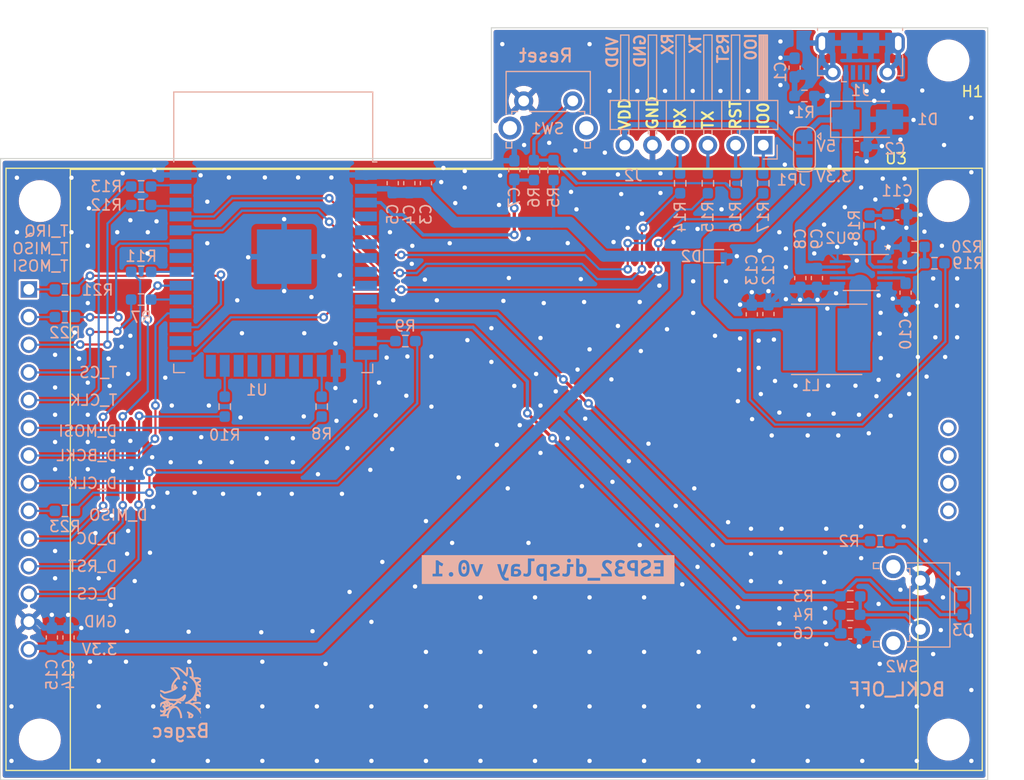
<source format=kicad_pcb>
(kicad_pcb (version 20211014) (generator pcbnew)
  (layers (0 "F.Cu" signal) (31 "B.Cu" signal) (34 "B.Paste" user) (35 "F.Paste" user) (36 "B.SilkS" user "B.Silkscreen") (37 "F.SilkS" user "F.Silkscreen") (38 "B.Mask" user) (39 "F.Mask" user) (44 "Edge.Cuts" user))
  (net 0 "")
  (net 1 "Net-(C1-Pad1)")
  (net 2 "GND")
  (net 3 "+5V")
  (net 4 "+3V3")
  (net 5 "/MCU/RST")
  (net 6 "Net-(C10-Pad1)")
  (net 7 "Net-(D3-Pad1)")
  (net 11 "/MCU/IO0")
  (net 12 "/MCU/UART_TX")
  (net 13 "/MCU/UART_RX")
  (net 14 "Net-(J2-Pad6)")
  (net 15 "Net-(L1-Pad1)")
  (net 16 "/MCU/LED_STATUS")
  (net 17 "/MCU/SCRN_OFF_BTN")
  (net 24 "/MCU/TOUCH.IRQ")
  (net 26 "/MCU/DISP.SPI_CLK")
  (net 27 "/MCU/DISP.SPI_MISO")
  (net 28 "/MCU/DISP.SPI_MOSI")
  (net 35 "/MCU/DISP.SPI_CS")
  (net 38 "/MCU/DISP.BCKL")
  (net 39 "/MCU/TOUCH.SPI_CS")
  (net 40 "/MCU/DISP.RST")
  (net 41 "/MCU/DISP.DC")
  (net 43 "/MCU/TOUCH.SPI_MISO")
  (net 44 "/MCU/TOUCH.SPI_MOSI")
  (net 45 "/MCU/TOUCH.SPI_CLK")
  (net 50 "Net-(J2-Pad1)")
  (net 51 "Net-(J2-Pad2)")
  (net 52 "Net-(J2-Pad3)")
  (net 53 "Net-(J2-Pad4)")
  (net 54 "Net-(C7-Pad1)")
  (net 55 "Net-(C11-Pad1)")
  (net 56 "Net-(R3-Pad2)")
  (net 57 "Net-(R11-Pad1)")
  (net 58 "Net-(R7-Pad1)")
  (net 59 "Net-(R8-Pad1)")
  (net 60 "Net-(R9-Pad1)")
  (net 61 "Net-(R10-Pad1)")
  (net 62 "Net-(R12-Pad1)")
  (net 63 "Net-(R13-Pad1)")
  (net 64 "Net-(R18-Pad1)")
  (net 65 "Net-(R19-Pad2)")
  (net 66 "Net-(R21-Pad1)")
  (net 67 "Net-(R22-Pad1)")
  (net 68 "Net-(R23-Pad1)")
  (footprint "myLib:ILI9341" (layer "F.Cu") (at 89.6 56)
    (fp_text reference "U3")
    (fp_text value "Display_ILI9341")
  )
  (footprint "MountingHole:MountingHole_3.2mm_M3_ISO14580" (layer "F.Cu") (at 173.9 35)
    (fp_text reference "H1")
    (fp_text value "MountingHole_Pad")
  )
  (footprint "Capacitor_SMD:C_0603_1608Metric_Pad1.08x0.95mm_HandSolder" (layer "B.Cu") (at 91.706 87.9325 90)
    (fp_text reference "C15")
    (fp_text value "0.1uF")
  )
  (footprint "Capacitor_SMD:C_0603_1608Metric_Pad1.08x0.95mm_HandSolder" (layer "B.Cu") (at 126 46.255 90)
    (fp_text reference "C3")
    (fp_text value "10uF")
  )
  (footprint "Resistor_SMD:R_0603_1608Metric_Pad0.98x0.95mm_HandSolder" (layer "B.Cu") (at 166.67 50.1315 90)
    (fp_text reference "R18")
    (fp_text value "82k")
  )
  (footprint "Capacitor_SMD:C_0603_1608Metric_Pad1.08x0.95mm_HandSolder" (layer "B.Cu") (at 169.21 49.1155)
    (fp_text reference "C11")
    (fp_text value "330pF")
  )
  (footprint "Resistor_SMD:R_0603_1608Metric_Pad0.98x0.95mm_HandSolder" (layer "B.Cu") (at 92.9 76.32)
    (fp_text reference "R23")
    (fp_text value "30")
  )
  (footprint "Capacitor_SMD:C_0603_1608Metric_Pad1.08x0.95mm_HandSolder" (layer "B.Cu") (at 122.952 46.255 90)
    (fp_text reference "C5")
    (fp_text value "0.1uF")
  )
  (footprint "Resistor_SMD:R_0603_1608Metric_Pad0.98x0.95mm_HandSolder" (layer "B.Cu") (at 92.9 58.54)
    (fp_text reference "R22")
    (fp_text value "30")
  )
  (footprint "Resistor_SMD:R_0603_1608Metric_Pad0.98x0.95mm_HandSolder" (layer "B.Cu") (at 99.8875 48.255 180)
    (fp_text reference "R12")
    (fp_text value "30")
  )
  (footprint "Resistor_SMD:R_0603_1608Metric_Pad0.98x0.95mm_HandSolder" (layer "B.Cu") (at 92.9 56)
    (fp_text reference "R21")
    (fp_text value "30")
  )
  (footprint "Resistor_SMD:R_0603_1608Metric_Pad0.98x0.95mm_HandSolder" (layer "B.Cu") (at 170.8 52.1 180)
    (fp_text reference "R20")
    (fp_text value "15k")
  )
  (footprint "Jumper:SolderJumper-3_P1.3mm_Bridged12_RoundedPad1.0x1.5mm" (layer "B.Cu") (at 160.7 43.155 -90)
    (fp_text reference "JP1")
    (fp_text value "Jumper_3_Bridged12")
  )
  (footprint "Resistor_SMD:R_0603_1608Metric_Pad0.98x0.95mm_HandSolder" (layer "B.Cu") (at 154.387 46.2675 90)
    (fp_text reference "R16")
    (fp_text value "220")
  )
  (footprint "Resistor_SMD:R_0603_1608Metric_Pad0.98x0.95mm_HandSolder" (layer "B.Cu") (at 99.8875 46.555 180)
    (fp_text reference "R13")
    (fp_text value "30")
  )
  (footprint "Diode_SMD:D_0603_1608Metric_Pad1.05x0.95mm_HandSolder" (layer "B.Cu") (at 175.2 84.955 -90)
    (fp_text reference "D3")
    (fp_text value "LED")
  )
  (footprint "Resistor_SMD:R_0603_1608Metric_Pad0.98x0.95mm_HandSolder" (layer "B.Cu") (at 149.307 46.2675 90)
    (fp_text reference "R14")
    (fp_text value "220")
  )
  (footprint "Capacitor_SMD:C_0603_1608Metric_Pad1.08x0.95mm_HandSolder" (layer "B.Cu") (at 169.972 56.3 -90)
    (fp_text reference "C10")
    (fp_text value "47nF")
  )
  (footprint "Capacitor_SMD:C_0603_1608Metric_Pad1.08x0.95mm_HandSolder" (layer "B.Cu") (at 161.844 54.9575 -90)
    (fp_text reference "C9")
    (fp_text value "0.1uF")
  )
  (footprint "myLib:USB_Micro-B_Molex-105017-0001" (layer "B.Cu") (at 165.8 34.6375)
    (fp_text reference "J1")
    (fp_text value "USB_B_Micro")
  )
  (footprint "Resistor_SMD:R_0603_1608Metric_Pad0.98x0.95mm_HandSolder" (layer "B.Cu") (at 135.9 45.055 -90)
    (fp_text reference "R6")
    (fp_text value "1k")
  )
  (footprint "Button_Switch_THT:SW_Tactile_SPST_Angled_PTS645Vx83-2LFS" (layer "B.Cu") (at 139.46 38.71 180)
    (fp_text reference "SW1")
    (fp_text value "RST_BTN")
  )
  (footprint "Resistor_SMD:R_0603_1608Metric_Pad0.98x0.95mm_HandSolder" (layer "B.Cu") (at 116.445 66.755 -90)
    (fp_text reference "R8")
    (fp_text value "30")
  )
  (footprint "Resistor_SMD:R_0603_1608Metric_Pad0.98x0.95mm_HandSolder" (layer "B.Cu") (at 172.625 53.6 180)
    (fp_text reference "R19")
    (fp_text value "24.9k")
  )
  (footprint "Capacitor_SMD:C_0603_1608Metric_Pad1.08x0.95mm_HandSolder" (layer "B.Cu") (at 93.23 87.9325 90)
    (fp_text reference "C14")
    (fp_text value "10uF")
  )
  (footprint "Capacitor_SMD:C_0603_1608Metric_Pad1.08x0.95mm_HandSolder" (layer "B.Cu") (at 164.8875 87.555)
    (fp_text reference "C6")
    (fp_text value "0.1uF")
  )
  (footprint "Button_Switch_THT:SW_Tactile_SPST_Angled_PTS645Vx83-2LFS" (layer "B.Cu") (at 171.3375 87.2 90)
    (fp_text reference "SW2")
    (fp_text value "SCREEN_OFF_BTN")
  )
  (footprint "Resistor_SMD:R_0603_1608Metric_Pad0.98x0.95mm_HandSolder" (layer "B.Cu") (at 164.9 84.155)
    (fp_text reference "R3")
    (fp_text value "51k")
  )
  (footprint "Resistor_SMD:R_0603_1608Metric_Pad0.98x0.95mm_HandSolder" (layer "B.Cu") (at 137.7 45.055 90)
    (fp_text reference "R5")
    (fp_text value "51k")
  )
  (footprint "Capacitor_SMD:C_0603_1608Metric_Pad1.08x0.95mm_HandSolder" (layer "B.Cu") (at 160.32 54.9575 -90)
    (fp_text reference "C8")
    (fp_text value "10uF")
  )
  (footprint "Resistor_SMD:R_0603_1608Metric_Pad0.98x0.95mm_HandSolder" (layer "B.Cu") (at 160.7 38.255)
    (fp_text reference "R1")
    (fp_text value "1M")
  )
  (footprint "Resistor_SMD:R_0603_1608Metric_Pad0.98x0.95mm_HandSolder" (layer "B.Cu") (at 99.8875 56.93 180)
    (fp_text reference "R7")
    (fp_text value "30")
  )
  (footprint "myLib:NR6028T100M" (layer "B.Cu") (at 162.733 60.5842 180)
    (fp_text reference "L1")
    (fp_text value "10uF")
  )
  (footprint "Capacitor_SMD:C_0603_1608Metric_Pad1.08x0.95mm_HandSolder" (layer "B.Cu") (at 157.399 58.2595 90)
    (fp_text reference "C12")
    (fp_text value "0.1uF")
  )
  (footprint "Diode_SMD:D_SMA" (layer "B.Cu") (at 166.5 40.4)
    (fp_text reference "D1")
    (fp_text value "SMAJ5.0CA")
  )
  (footprint "myLib:tabaluga_5x5" (layer "B.Cu") (at 103.200151 92.833345 180)
    (fp_text reference "G***" hide)
    (fp_text value "LOGO" hide)
  )
  (footprint "Capacitor_SMD:C_0603_1608Metric_Pad1.08x0.95mm_HandSolder" (layer "B.Cu") (at 124.476 46.255 90)
    (fp_text reference "C4")
    (fp_text value "10uF")
  )
  (footprint "Capacitor_SMD:C_0603_1608Metric_Pad1.08x0.95mm_HandSolder" (layer "B.Cu") (at 134.1 45.055 90)
    (fp_text reference "C7")
    (fp_text value "0.1uF")
  )
  (footprint "Resistor_SMD:R_0603_1608Metric_Pad0.98x0.95mm_HandSolder" (layer "B.Cu") (at 164.8875 85.855)
    (fp_text reference "R4")
    (fp_text value "1k")
  )
  (footprint "Capacitor_SMD:C_0603_1608Metric_Pad1.08x0.95mm_HandSolder" (layer "B.Cu") (at 165.5 42.9)
    (fp_text reference "C2")
    (fp_text value "4.7uF")
  )
  (footprint "Resistor_SMD:R_0603_1608Metric_Pad0.98x0.95mm_HandSolder" (layer "B.Cu") (at 107.555 66.755 -90)
    (fp_text reference "R10")
    (fp_text value "30")
  )
  (footprint "Resistor_SMD:R_0603_1608Metric_Pad0.98x0.95mm_HandSolder" (layer "B.Cu") (at 99.8875 54.39 180)
    (fp_text reference "R11")
    (fp_text value "30")
  )
  (footprint "Diode_SMD:D_SOD-523" (layer "B.Cu") (at 152.6 52.955)
    (fp_text reference "D2")
    (fp_text value "ESD5Z3.3T1G")
  )
  (footprint "RF_Module:ESP32-WROOM-32" (layer "B.Cu") (at 112 53.755 180)
    (fp_text reference "U1")
    (fp_text value "ESP32-WROOM-32")
  )
  (footprint "Capacitor_SMD:C_0603_1608Metric_Pad1.08x0.95mm_HandSolder" (layer "B.Cu") (at 155.875 58.286 90)
    (fp_text reference "C13")
    (fp_text value "10uF")
  )
  (footprint "Resistor_SMD:R_0603_1608Metric_Pad0.98x0.95mm_HandSolder" (layer "B.Cu") (at 156.927 46.2675 90)
    (fp_text reference "R17")
    (fp_text value "220")
  )
  (footprint "Resistor_SMD:R_0603_1608Metric_Pad0.98x0.95mm_HandSolder" (layer "B.Cu") (at 167.6375 79.1 180)
    (fp_text reference "R2")
    (fp_text value "1.5k")
  )
  (footprint "Resistor_SMD:R_0603_1608Metric_Pad0.98x0.95mm_HandSolder" (layer "B.Cu") (at 124.1125 60.74)
    (fp_text reference "R9")
    (fp_text value "30")
  )
  (footprint "Resistor_SMD:R_0603_1608Metric_Pad0.98x0.95mm_HandSolder" (layer "B.Cu") (at 151.847 46.2675 90)
    (fp_text reference "R15")
    (fp_text value "220")
  )
  (footprint "kibuzzard-61D6E91A" (layer "B.Cu") (at 137.2 81.7 180)
    (fp_text reference "kibuzzard-61D6E91A" hide)
    (fp_text value "G***" hide)
  )
  (footprint "myLib:MAX1821EUB+" (layer "B.Cu") (at 165.908 54.4495 180)
    (fp_text reference "U2")
    (fp_text value "MAX1821")
  )
  (footprint "Connector_PinHeader_2.54mm:PinHeader_1x06_P2.54mm_Horizontal" (layer "B.Cu") (at 156.927 42.769 90)
    (fp_text reference "J2")
    (fp_text value "Conn_01x06_Male")
  )
  (footprint "Capacitor_SMD:C_0603_1608Metric_Pad1.08x0.95mm_HandSolder" (layer "B.Cu") (at 159.8 35.655 90)
    (fp_text reference "C1")
    (fp_text value "4.7nF")
  )
  (gr_line (start 87 101) (end 177.5 101) (layer "Edge.Cuts") (width 0.1))
  (gr_line (start 132 44) (end 132 32) (layer "Edge.Cuts") (width 0.1))
  (gr_line (start 177.5 101) (end 177.5 32) (layer "Edge.Cuts") (width 0.1))
  (gr_line (start 87 44) (end 87 101) (layer "Edge.Cuts") (width 0.1))
  (gr_line (start 132 32) (end 177.5 32) (layer "Edge.Cuts") (width 0.1))
  (gr_line (start 87 44) (end 132 44) (layer "Edge.Cuts") (width 0.1))
  (gr_text "3.3V" (at 96.071428 89.02) (layer "B.SilkS") (effects (font (size 1 1)) (justify mirror)))
  (gr_text "GND" (at 145.624 34.133 -270) (layer "B.SilkS") (effects (font (size 1 1) (thickness 0.2)) (justify mirror)))
  (gr_text "T_MOSI" (at 90.652381 53.855) (layer "B.SilkS") (effects (font (size 1 1)) (justify mirror)))
  (gr_text "TX" (at 150.704 33.498 -270) (layer "B.SilkS") (effects (font (size 1 1) (thickness 0.2)) (justify mirror)))
  (gr_text "IO0" (at 155.784 33.752 -270) (layer "B.SilkS") (effects (font (size 1 1) (thickness 0.2)) (justify mirror)))
  (gr_text "5V" (at 162.7 42.855) (layer "B.SilkS") (effects (font (size 1 1)) (justify mirror)))
  (gr_text "T_MISO" (at 90.652381 52.255) (layer "B.SilkS") (effects (font (size 1 1)) (justify mirror)))
  (gr_text "D_BCKL" (at 94.904761 71.24) (layer "B.SilkS") (effects (font (size 1 1)) (justify mirror)))
  (gr_text "T_IRQ" (at 91.2 50.655) (layer "B.SilkS") (effects (font (size 1 1)) (justify mirror)))
  (gr_text "T_CLK" (at 95.523809 66.16) (layer "B.SilkS") (effects (font (size 1 1)) (justify mirror)))
  (gr_text "GND" (at 96.166666 86.48) (layer "B.SilkS") (effects (font (size 1 1)) (justify mirror)))
  (gr_text "D_DC" (at 95.809523 78.86) (layer "B.SilkS") (effects (font (size 1 1)) (justify mirror)))
  (gr_text "D_CLK" (at 95.404761 73.78) (layer "B.SilkS") (effects (font (size 1 1)) (justify mirror)))
  (gr_text "T_CS" (at 95.952381 63.62) (layer "B.SilkS") (effects (font (size 1 1)) (justify mirror)))
  (gr_text "D_CS" (at 95.833333 83.94) (layer "B.SilkS") (effects (font (size 1 1)) (justify mirror)))
  (gr_text "D_MOSI" (at 95 69) (layer "B.SilkS") (effects (font (size 1 1)) (justify mirror)))
  (gr_text "Bzgec" (at 103.5 96.5) (layer "B.SilkS") (effects (font (size 1.2 1.2) (thickness 0.2)) (justify mirror)))
  (gr_text "Reset" (at 137 34.555) (layer "B.SilkS") (effects (font (size 1.2 1.2) (thickness 0.2)) (justify mirror)))
  (gr_text "3.3V" (at 163.4 45.655) (layer "B.SilkS") (effects (font (size 1 1)) (justify mirror)))
  (gr_text "D_MISO" (at 97.8 76.7) (layer "B.SilkS") (effects (font (size 1 1)) (justify mirror)))
  (gr_text "RST" (at 153.244 33.879 -270) (layer "B.SilkS") (effects (font (size 1 1) (thickness 0.2)) (justify mirror)))
  (gr_text "VDD" (at 143.084 34.26 -270) (layer "B.SilkS") (effects (font (size 1 1) (thickness 0.2)) (justify mirror)))
  (gr_text "D_RST" (at 95.452381 81.4) (layer "B.SilkS") (effects (font (size 1 1)) (justify mirror)))
  (gr_text "BCKL_OFF" (at 169.2 92.7) (layer "B.SilkS") (effects (font (size 1.2 1.2) (thickness 0.2)) (justify mirror)))
  (gr_text "RX" (at 148.164 33.498 -270) (layer "B.SilkS") (effects (font (size 1 1) (thickness 0.2)) (justify mirror)))
  (gr_text "GND" (at 146.767 39.8 90) (layer "F.SilkS") (effects (font (size 1 1) (thickness 0.2))))
  (gr_text "VDD" (at 144.227 39.895238 90) (layer "F.SilkS") (effects (font (size 1 1) (thickness 0.2))))
  (gr_text "TX" (at 151.847 40.466666 90) (layer "F.SilkS") (effects (font (size 1 1) (thickness 0.2))))
  (gr_text "RX" (at 149.307 40.347619 90) (layer "F.SilkS") (effects (font (size 1 1) (thickness 0.2))))
  (gr_text "RST" (at 154.387 39.966666 90) (layer "F.SilkS") (effects (font (size 1 1) (thickness 0.2))))
  (gr_text "IO0" (at 156.927 40.085714 90) (layer "F.SilkS") (effects (font (size 1 1) (thickness 0.2))))
  (segment (start 163.3 36.1) (end 162.155 36.1) (width 0.5) (layer "B.Cu") (net 1))
  (segment (start 169.3 33.4) (end 162.3 33.4) (width 0.5) (layer "B.Cu") (net 1))
  (segment (start 168.3 36.1) (end 168.3 34.4) (width 0.5) (layer "B.Cu") (net 1))
  (segment (start 160.2175 36.1) (end 159.8 36.5175) (width 0.5) (layer "B.Cu") (net 1))
  (segment (start 168.3 34.4) (end 169.3 33.4) (width 0.5) (layer "B.Cu") (net 1))
  (segment (start 160 38.255) (end 162.155 36.1) (width 0.5) (layer "B.Cu") (net 1))
  (segment (start 162.155 36.1) (end 160.2175 36.1) (width 0.5) (layer "B.Cu") (net 1))
  (segment (start 163.3 34.4) (end 162.3 33.4) (width 0.5) (layer "B.Cu") (net 1))
  (segment (start 159.7875 36.53) (end 159.8 36.5175) (width 0.5) (layer "B.Cu") (net 1))
  (segment (start 159.7875 38.255) (end 160 38.255) (width 0.5) (layer "B.Cu") (net 1))
  (segment (start 159.7875 38.255) (end 159.7875 36.53) (width 0.5) (layer "B.Cu") (net 1))
  (segment (start 163.3 36.1) (end 163.3 34.4) (width 0.5) (layer "B.Cu") (net 1))
  (via (at 97.3 72.655) (size 0.8) (drill 0.4) (layers "F.Cu" "B.Cu") (net 2))
  (via (at 154.5 52.955) (size 0.8) (drill 0.4) (layers "F.Cu" "B.Cu") (net 2))
  (via (at 168.599 67.587881) (size 0.8) (drill 0.4) (layers "F.Cu" "B.Cu") (net 2))
  (via (at 140.5 45.355) (size 0.8) (drill 0.4) (layers "F.Cu" "B.Cu") (net 2))
  (via (at 105.4 69.555) (size 0.8) (drill 0.4) (layers "F.Cu" "B.Cu") (net 2))
  (via (at 124.2 65.755) (size 0.8) (drill 0.4) (layers "F.Cu" "B.Cu") (net 2))
  (via (at 157.7 69.4) (size 0.8) (drill 0.4) (layers "F.Cu" "B.Cu") (net 2))
  (via (at 167.877 45.8355) (size 0.8) (drill 0.4) (layers "F.Cu" "B.Cu") (net 2))
  (via (at 162.6 85.255) (size 0.8) (drill 0.4) (layers "F.Cu" "B.Cu") (net 2))
  (via (at 158.4 86.655) (size 0.8) (drill 0.4) (layers "F.Cu" "B.Cu") (net 2))
  (via (at 165.9 80.655) (size 0.8) (drill 0.4) (layers "F.Cu" "B.Cu") (net 2))
  (via (at 173.4 84.255) (size 0.8) (drill 0.4) (layers "F.Cu" "B.Cu") (net 2))
  (via (at 111 99.255) (size 0.8) (drill 0.4) (layers "F.Cu" "B.Cu") (net 2))
  (via (at 162.8 38.255) (size 0.8) (drill 0.4) (layers "F.Cu" "B.Cu") (net 2))
  (via (at 142.84 37.795) (size 0.8) (drill 0.4) (layers "F.Cu" "B.Cu") (net 2))
  (via (at 136 99.255) (size 0.8) (drill 0.4) (layers "F.Cu" "B.Cu") (net 2))
  (via (at 172.5 55) (size 0.8) (drill 0.4) (layers "F.Cu" "B.Cu") (net 2))
  (via (at 95.7 78.355) (size 0.8) (drill 0.4) (layers "F.Cu" "B.Cu") (net 2))
  (via (at 140.6 67.855) (size 0.8) (drill 0.4) (layers "F.Cu" "B.Cu") (net 2))
  (via (at 158.9 44.555) (size 0.8) (drill 0.4) (layers "F.Cu" "B.Cu") (net 2))
  (via (at 117.7 65.05) (size 0.8) (drill 0.4) (layers "F.Cu" "B.Cu") (net 2))
  (via (at 105.3 71.855) (size 0.8) (drill 0.4) (layers "F.Cu" "B.Cu") (net 2))
  (via (at 107.4 74.755) (size 0.8) (drill 0.4) (layers "F.Cu" "B.Cu") (net 2))
  (via (at 162.6 86.555) (size 0.8) (drill 0.4) (layers "F.Cu" "B.Cu") (net 2))
  (via (at 154.6 85.155) (size 0.8) (drill 0.4) (layers "F.Cu" "B.Cu") (net 2))
  (via (at 93.8 59.955) (size 0.8) (drill 0.4) (layers "F.Cu" "B.Cu") (net 2))
  (via (at 152.5 60.255) (size 0.8) (drill 0.4) (layers "F.Cu" "B.Cu") (net 2))
  (via (at 172.7 60.4) (size 0.8) (drill 0.4) (layers "F.Cu" "B.Cu") (net 2))
  (via (at 132.5 70.255) (size 0.8) (drill 0.4) (layers "F.Cu" "B.Cu") (net 2))
  (via (at 113.8 71.855) (size 0.8) (drill 0.4) (layers "F.Cu" "B.Cu") (net 2))
  (via (at 101 75.955) (size 0.8) (drill 0.4) (layers "F.Cu" "B.Cu") (net 2))
  (via (at 131 84.255) (size 0.8) (drill 0.4) (layers "F.Cu" "B.Cu") (net 2))
  (via (at 136.1 63.755) (size 0.8) (drill 0.4) (layers "F.Cu" "B.Cu") (net 2))
  (via (at 158.5 33.255) (size 0.8) (drill 0.4) (layers "F.Cu" "B.Cu") (net 2))
  (via (at 146 94.255) (size 0.8) (drill 0.4) (layers "F.Cu" "B.Cu") (net 2))
  (via (at 113.8 69.655) (size 0.8) (drill 0.4) (layers "F.Cu" "B.Cu") (net 2))
  (via (at 140.2 55.055) (size 0.8) (drill 0.4) (layers "F.Cu" "B.Cu") (net 2))
  (via (at 134.1 64.855) (size 0.8) (drill 0.4) (layers "F.Cu" "B.Cu") (net 2))
  (via (at 154.8 60.5) (size 0.8) (drill 0.4) (layers "F.Cu" "B.Cu") (net 2))
  (via (at 129.8 60.655) (size 0.8) (drill 0.4) (layers "F.Cu" "B.Cu") (net 2))
  (via (at 133.1 57.055) (size 0.8) (drill 0.4) (layers "F.Cu" "B.Cu") (net 2))
  (via (at 165.4 51.8) (size 0.8) (drill 0.4) (layers "F.Cu" "B.Cu") (net 2))
  (via (at 110.7 74.755) (size 0.8) (drill 0.4) (layers "F.Cu" "B.Cu") (net 2))
  (via (at 162.6 80.155) (size 0.8) (drill 0.4) (layers "F.Cu" "B.Cu") (net 2))
  (via (at 100.7 80.155) (size 0.8) (drill 0.4) (layers "F.Cu" "B.Cu") (net 2))
  (via (at 172.8 57.5) (size 0.8) (drill 0.4) (layers "F.Cu" "B.Cu") (net 2))
  (via (at 155.54 37.795) (size 0.8) (drill 0.4) (layers "F.Cu" "B.Cu") (net 2))
  (via (at 173.3 52) (size 0.8) (drill 0.4) (layers "F.Cu" "B.Cu") (net 2))
  (via (at 145.8 49.055) (size 0.8) (drill 0.4) (layers "F.Cu" "B.Cu") (net 2))
  (via (at 116.6 52.955) (size 0.8) (drill 0.4) (layers "F.Cu" "B.Cu") (net 2))
  (via (at 166.6 69.2) (size 0.8) (drill 0.4) (layers "F.Cu" "B.Cu") (net 2))
  (via (at 154.7 63.4) (size 0.8) (drill 0.4) (layers "F.Cu" "B.Cu") (net 2))
  (via (at 159.877 64.8355) (size 0.8) (drill 0.4) (layers "F.Cu" "B.Cu") (net 2))
  (via (at 118.1 54.7) (size 0.8) (drill 0.4) (layers "F.Cu" "B.Cu") (net 2))
  (via (at 162.8 57.755) (size 0.8) (drill 0.4) (layers "F.Cu" "B.Cu") (net 2))
  (via (at 133.5 74.255) (size 0.8) (drill 0.4) (layers "F.Cu" "B.Cu") (net 2))
  (via (at 167.5 84.855) (size 0.8) (drill 0.4) (layers "F.Cu" "B.Cu") (net 2))
  (via (at 163.377 67.4) (size 0.8) (drill 0.4) (layers "F.Cu" "B.Cu") (net 2))
  (via (at 162.5 82.855) (size 0.8) (drill 0.4) (layers "F.Cu" "B.Cu") (net 2))
  (via (at 92 72.5) (size 0.8) (drill 0.4) (layers "F.Cu" "B.Cu") (net 2))
  (via (at 98.2 45.355) (size 0.8) (drill 0.4) (layers "F.Cu" "B.Cu") (net 2))
  (via (at 118.8 70.555) (size 0.8) (drill 0.4) (layers "F.Cu" "B.Cu") (net 2))
  (via (at 161 94.255) (size 0.8) (drill 0.4) (layers "F.Cu" "B.Cu") (net 2))
  (via (at 151 94.255) (size 0.8) (drill 0.4) (layers "F.Cu" "B.Cu") (net 2))
  (via (at 171.5 37.755) (size 0.8) (drill 0.4) (layers "F.Cu" "B.Cu") (net 2))
  (via (at 95.2 90.155) (size 0.8) (drill 0.4) (layers "F.Cu" "B.Cu") (net 2))
  (via (at 131 99.255) (size 0.8) (drill 0.4) (layers "F.Cu" "B.Cu") (net 2))
  (via (at 153 37.795) (size 0.8) (drill 0.4) (layers "F.Cu" "B.Cu") (net 2))
  (via (at 108.7 57) (size 0.8) (drill 0.4) (layers "F.Cu" "B.Cu") (net 2))
  (via (at 167.2 47.755) (size 0.8) (drill 0.4) (layers "F.Cu" "B.Cu") (net 2))
  (via (at 107.931 45.736) (size 0.8) (drill 0.4) (layers "F.Cu" "B.Cu") (net 2))
  (via (at 170.0451 47.855) (size 0.8) (drill 0.4) (layers "F.Cu" "B.Cu") (net 2))
  (via (at 98.6 87.355) (size 0.8) (drill 0.4) (layers "F.Cu" "B.Cu") (net 2))
  (via (at 155.9 67.9) (size 0.8) (drill 0.4) (layers "F.Cu" "B.Cu") (net 2))
  (via (at 158.4 88.555) (size 0.8) (drill 0.4) (layers "F.Cu" "B.Cu") (net 2))
  (via (at 101.3 49.755) (size 0.8) (drill 0.4) (layers "F.Cu" "B.Cu") (net 2))
  (via (at 125 83.255) (size 0.8) (drill 0.4) (layers "F.Cu" "B.Cu") (net 2))
  (via (at 98.1 61.255) (size 0.8) (drill 0.4) (layers "F.Cu" "B.Cu") (net 2))
  (via (at 140.5 57.155) (size 0.8) (drill 0.4) (layers "F.Cu" "B.Cu") (net 2))
  (via (at 105.955 47.955) (size 0.8) (drill 0.4) (layers "F.Cu" "B.Cu") (net 2))
  (via (at 116 99.255) (size 0.8) (drill 0.4) (layers "F.Cu" "B.Cu") (net 2))
  (via (at 144.6 71.755) (size 0.8) (drill 0.4) (layers "F.Cu" "B.Cu") (net 2))
  (via (at 170.0451 50.349499) (size 0.8) (drill 0.4) (layers "F.Cu" "B.Cu") (net 2))
  (via (at 166.4 44.255) (size 0.8) (drill 0.4) (layers "F.Cu" "B.Cu") (net 2))
  (via (at 155.8 80.255) (size 0.8) (drill 0.4) (layers "F.Cu" "B.Cu") (net 2))
  (via (at 169.877 45.8355) (size 0.8) (drill 0.4) (layers "F.Cu" "B.Cu") (net 2))
  (via (at 155.875 56.255) (size 0.8) (drill 0.4) (layers "F.Cu" "B.Cu") (net 2))
  (via (at 146 99.255) (size 0.8) (drill 0.4) (layers "F.Cu" "B.Cu") (net 2))
  (via (at 135.4 79.255) (size 0.8) (drill 0.4) (layers "F.Cu" "B.Cu") (net 2))
  (via (at 159 56.9) (size 0.8) (drill 0.4) (layers "F.Cu" "B.Cu") (net 2))
  (via (at 110.9 87.455) (size 0.8) (drill 0.4) (layers "F.Cu" "B.Cu") (net 2))
  (via (at 162.877 64.8355) (size 0.8) (drill 0.4) (layers "F.Cu" "B.Cu") (net 2))
  (via (at 176 40.255) (size 0.8) (drill 0.4) (layers "F.Cu" "B.Cu") (net 2))
  (via (at 171 99.255) (size 0.8) (drill 0.4) (layers "F.Cu" "B.Cu") (net 2))
  (via (at 174.7 55) (size 0.8) (drill 0.4) (layers "F.Cu" "B.Cu") (net 2))
  (via (at 134.6 68.455) (size 0.8) (drill 0.4) (layers "F.Cu" "B.Cu") (net 2))
  (via (at 127.4 46.155) (size 0.8) (drill 0.4) (layers "F.Cu" "B.Cu") (net 2))
  (via (at 141 61.5) (size 0.8) (drill 0.4) (layers "F.Cu" "B.Cu") (net 2))
  (via (at 147.5 45.355) (size 0.8) (drill 0.4) (layers "F.Cu" "B.Cu") (net 2))
  (via (at 115.5 56.7) (size 0.8) (drill 0.4) (layers "F.Cu" "B.Cu") (net 2))
  (via (at 165.7 88.755) (size 0.8) (drill 0.4) (layers "F.Cu" "B.Cu") (net 2))
  (via (at 145.7 61.655) (size 0.8) (drill 0.4) (layers "F.Cu" "B.Cu") (net 2))
  (via (at 171.8 79.055) (size 0.8) (drill 0.4) (layers "F.Cu" "B.Cu") (net 2))
  (via (at 93.2 85.855) (size 0.8) (drill 0.4) (layers "F.Cu" "B.Cu") (net 2))
  (via (at 167.9 50.355) (size 0.8) (drill 0.4) (layers "F.Cu" "B.Cu") (net 2))
  (via (at 174.7 57.5) (size 0.8) (drill 0.4) (layers "F.Cu" "B.Cu") (net 2))
  (via (at 121 86.5) (size 0.8) (drill 0.4) (layers "F.Cu" "B.Cu") (net 2))
  (via (at 153.7 77.355) (size 0.8) (drill 0.4) (layers "F.Cu" "B.Cu") (net 2))
  (via (at 170.3 65.6) (size 0.8) (drill 0.4) (layers "F.Cu" "B.Cu") (net 2))
  (via (at 154.8 57.3959) (size 0.8) (drill 0.4) (layers "F.Cu" "B.Cu") (net 2))
  (via (at 162.7 77.955) (size 0.8) (drill 0.4) (layers "F.Cu" "B.Cu") (net 2))
  (via (at 161 69.4) (size 0.8) (drill 0.4) (layers "F.Cu" "B.Cu") (net 2))
  (via (at 100.9 71.4) (size 0.8) (drill 0.4) (layers "F.Cu" "B.Cu") (net 2))
  (via (at 111.233 45.736) (size 0.8) (drill 0.4) (layers "F.Cu" "B.Cu") (net 2))
  (via (at 118.3 74.755) (size 0.8) (drill 0.4) (layers "F.Cu" "B.Cu") (net 2))
  (via (at 171.7 50.7) (size 0.8) (drill 0.4) (layers "F.Cu" "B.Cu") (net 2))
  (via (at 166 94.255) (size 0.8) (drill 0.4) (layers "F.Cu" "B.Cu") (net 2))
  (via (at 147.92 37.795) (size 0.8) (drill 0.4) (layers "F.Cu" "B.Cu") (net 2))
  (via (at 151 99.255) (size 0.8) (drill 0.4) (layers "F.Cu" "B.Cu") (net 2))
  (via (at 156.5 60.7) (size 0.8) (drill 0.4) (layers "F.Cu" "B.Cu") (net 2))
  (via (at 156.7 65.6) (size 0.8) (drill 0.4) (layers "F.Cu" "B.Cu") (net 2))
  (via (at 156 94.255) (size 0.8) (drill 0.4) (layers "F.Cu" "B.Cu") (net 2))
  (via (at 150.6 74.255) (size 0.8) (drill 0.4) (layers "F.Cu" "B.Cu") (net 2))
  (via (at 100.475 52.7) (size 0.8) (drill 0.4) (layers "F.Cu" "B.Cu") (net 2))
  (via (at 139 51.755) (size 0.8) (drill 0.4) (layers "F.Cu" "B.Cu") (net 2))
  (via (at 167.9 37.8) (size 0.8) (drill 0.4) (layers "F.Cu" "B.Cu") (net 2))
  (via (at 139.3 47.055) (size 0.8) (drill 0.4) (layers "F.Cu" "B.Cu") (net 2))
  (via (at 95.1 48.555) (size 0.8) (drill 0.4) (layers "F.Cu" "B.Cu") (net 2))
  (via (at 128.18 51.765) (size 0.8) (drill 0.4) (layers "F.Cu" "B.Cu") (net 2))
  (via (at 165.7 67.5) (size 0.8) (drill 0.4) (layers "F.Cu" "B.Cu") (net 2))
  (via (at 132.8 45.555) (size 0.8) (drill 0.4) (layers "F.Cu" "B.Cu") (net 2))
  (via (at 176 92.755) (size 0.8) (drill 0.4) (layers "F.Cu" "B.Cu") (net 2))
  (via (at 95 72.5) (size 0.8) (drill 0.4) (layers "F.Cu" "B.Cu") (net 2))
  (via (at 104.244 87.407) (size 0.8) (drill 0.4) (layers "F.Cu" "B.Cu") (net 2))
  (via (at 92 62) (size 0.8) (drill 0.4) (layers "F.Cu" "B.Cu") (net 2))
  (via (at 106 94.255) (size 0.8) (drill 0.4) (layers "F.Cu" "B.Cu") (net 2))
  (via (at 161 99.255) (size 0.8) (drill 0.4) (layers "F.Cu" "B.Cu") (net 2))
  (via (at 124.75 52.005) (size 0.8) (drill 0.4) (layers "F.Cu" "B.Cu") (net 2))
  (via (at 116.1 72.955) (size 0.8) (drill 0.4) (layers "F.Cu" "B.Cu") (net 2))
  (via (at 166 99.255) (size 0.8) (drill 0.4) (layers "F.Cu" "B.Cu") (net 2))
  (via (at 122.4 62.255) (size 0.8) (drill 0.4) (layers "F.Cu" "B.Cu") (net 2))
  (via (at 136 89.255) (size 0.8) (drill 0.4) (layers "F.Cu" "B.Cu") (net 2))
  (via (at 128.4 79.255) (size 0.8) (drill 0.4) (layers "F.Cu" "B.Cu") (net 2))
  (via (at 111.4 69.655) (size 0.8) (drill 0.4) (layers "F.Cu" "B.Cu") (net 2))
  (via (at 170 58.3) (size 0.8) (drill 0.4) (layers "F.Cu" "B.Cu") (net 2))
  (via (at 105.3402 45.5328) (size 0.8) (drill 0.4) (layers "F.Cu" "B.Cu") (net 2))
  (via (at 143 64.255) (size 0.8) (drill 0.4) (layers "F.Cu" "B.Cu") (net 2))
  (via (at 143.9 47.255) (size 0.8) (drill 0.4) (layers "F.Cu" "B.Cu") (net 2))
  (via (at 158.5 34.755) (size 0.8) (drill 0.4) (layers "F.Cu" "B.Cu") (net 2))
  (via (at 149.5 83.055) (size 0.8) (drill 0.4) (layers "F.Cu" "B.Cu") (net 2))
  (via (at 113 56.155) (size 0.8) (drill 0.4) (layers "F.Cu" "B.Cu") (net 2))
  (via (at 173.2 87.255) (size 0.8) (drill 0.4) (layers "F.Cu" "B.Cu") (net 2))
  (via (at 165.9 77.755) (size 0.8) (drill 0.4) (layers "F.Cu" "B.Cu") (net 2))
  (via (at 102.3 74.655) (size 0.8) (drill 0.4) (layers "F.Cu" "B.Cu") (net 2))
  (via (at 119.5 66.255) (size 0.8) (drill 0.4) (layers "F.Cu" "B.Cu") (net 2))
  (via (at 101 94.255) (size 0.8) (drill 0.4) (layers "F.Cu" "B.Cu") (net 2))
  (via (at 146 84.255) (size 0.8) (drill 0.4) (layers "F.Cu" "B.Cu") (net 2))
  (via (at 92 67.5) (size 0.8) (drill 0.4) (layers "F.Cu" "B.Cu") (net 2))
  (via (at 129.556 45.1385) (size 0.8) (drill 0.4) (layers "F.Cu" "B.Cu") (net 2))
  (via (at 150.9 81.455) (size 0.8) (drill 0.4) (layers "F.Cu" "B.Cu") (net 2))
  (via (at 95 70) (size 0.8) (drill 0.4) (layers "F.Cu" "B.Cu") (net 2))
  (via (at 128.688 48.082) (size 0.8) (drill 0.4) (layers "F.Cu" "B.Cu") (net 2))
  (via (at 114.8 67.655) (size 0.8) (drill 0.4) (layers "F.Cu" "B.Cu") (net 2))
  (via (at 167.3 65.8) (size 0.8) (drill 0.4) (layers "F.Cu" "B.Cu") (net 2))
  (via (at 157.4 56.155) (size 0.8) (drill 0.4) (layers "F.Cu" "B.Cu") (net 2))
  (via (at 158.5 82.855) (size 0.8) (drill 0.4) (layers "F.Cu" "B.Cu") (net 2))
  (via (at 119 83.755) (size 0.8) (drill 0.4) (layers "F.Cu" "B.Cu") (net 2))
  (via (at 165.9 46.655) (size 0.8) (drill 0.4) (layers "F.Cu" "B.Cu") (net 2))
  (via (at 171.3451 49.149499) (size 0.8) (drill 0.4) (layers "F.Cu" "B.Cu") (net 2))
  (via (at 169.9 53.5) (size 0.8) (drill 0.4) (layers "F.Cu" "B.Cu") (net 2))
  (via (at 95 52) (size 0.8) (drill 0.4) (layers "F.Cu" "B.Cu") (net 2))
  (via (at 126 77.255) (size 0.8) (drill 0.4) (layers "F.Cu" "B.Cu") (net 2))
  (via (at 126 94.255) (size 0.8) (drill 0.4) (layers "F.Cu" "B.Cu") (net 2))
  (via (at 114.281 45.736) (size 0.8) (drill 0.4) (layers "F.Cu" "B.Cu") (net 2))
  (via (at 141 94.255) (size 0.8) (drill 0.4) (layers "F.Cu" "B.Cu") (net 2))
  (via (at 167.8 42.855) (size 0.8) (drill 0.4) (layers "F.Cu" "B.Cu") (net 2))
  (via (at 136.5 71) (size 0.8) (drill 0.4) (layers "F.Cu" "B.Cu") (net 2))
  (via (at 97.7 50.755) (size 0.8) (drill 0.4) (layers "F.Cu" "B.Cu") (net 2))
  (via (at 125.9 55.1) (size 0.8) (drill 0.4) (layers "F.Cu" "B.Cu") (net 2))
  (via (at 167.1 38.7) (size 0.8) (drill 0.4) (layers "F.Cu" "B.Cu") (net 2))
  (via (at 109 67.755) (size 0.8) (drill 0.4) (layers "F.Cu" "B.Cu") (net 2))
  (via (at 88 94.255) (size 0.8) (drill 0.4) (layers "F.Cu" "B.Cu") (net 2))
  (via (at 136 84.255) (size 0.8) (drill 0.4) (layers "F.Cu" "B.Cu") (net 2))
  (via (at 163.6 56.355) (size 0.8) (drill 0.4) (layers "F.Cu" "B.Cu") (net 2))
  (via (at 162.5 50.055) (size 0.8) (drill 0.4) (layers "F.Cu" "B.Cu") (net 2))
  (via (at 117.329 45.736) (size 0.8) (drill 0.4) (layers "F.Cu" "B.Cu") (net 2))
  (via (at 122.9 70.655) (size 0.8) (drill 0.4) (layers "F.Cu" "B.Cu") (net 2))
  (via (at 171.1 62.2) (size 0.8) (drill 0.4) (layers "F.Cu" "B.Cu") (net 2))
  (via (at 166.4 37.8) (size 0.8) (drill 0.4) (layers "F.Cu" "B.Cu") (net 2))
  (via (at 156 99.255) (size 0.8) (drill 0.4) (layers "F.Cu" "B.Cu") (net 2))
  (via (at 152.3 79.455) (size 0.8) (drill 0.4) (layers "F.Cu" "B.Cu") (net 2))
  (via (at 174.7 60.4) (size 0.8) (drill 0.4) (layers "F.Cu" "B.Cu") (net 2))
  (via (at 126.5 66.755) (size 0.8) (drill 0.4) (layers "F.Cu" "B.Cu") (net 2))
  (via (at 96 82.5) (size 0.8) (drill 0.4) (layers "F.Cu" "B.Cu") (net 2))
  (via (at 157.9 60.6) (size 0.8) (drill 0.4) (layers "F.Cu" "B.Cu") (net 2))
  (via (at 143.6 45.455) (size 0.8) (drill 0.4) (layers "F.Cu" "B.Cu") (net 2))
  (via (at 133 33.5) (size 0.8) (drill 0.4) (layers "F.Cu" "B.Cu") (net 2))
  (via (at 132 62.655) (size 0.8) (drill 0.4) (layers "F.Cu" "B.Cu") (net 2))
  (via (at 141 99.255) (size 0.8) (drill 0.4) (layers "F.Cu" "B.Cu") (net 2))
  (via (at 91.7 85.855) (size 0.8) (drill 0.4) (layers "F.Cu" "B.Cu") (net 2))
  (via (at 146.4 70.155) (size 0.8) (drill 0.4) (layers "F.Cu" "B.Cu") (net 2))
  (via (at 153.5 55.255) (size 0.8) (drill 0.4) (layers "F.Cu" "B.Cu") (net 2))
  (via (at 159 52.255) (size 0.8) (drill 0.4) (layers "F.Cu" "B.Cu") (net 2))
  (via (at 162.7 88.555) (size 0.8) (drill 0.4) (layers "F.Cu" "B.Cu") (net 2))
  (via (at 137.9 65.355) (size 0.8) (drill 0.4) (layers "F.Cu" "B.Cu") (net 2))
  (via (at 135 42.755) (size 0.8) (drill 0.4) (layers "F.Cu" "B.Cu") (net 2))
  (via (at 167.685068 58.148201) (size 0.8) (drill 0.4) (layers "F.Cu" "B.Cu") (net 2))
  (via (at 106.1 66.655) (size 0.8) (drill 0.4) (layers "F.Cu" "B.Cu") (net 2))
  (via (at 173.5 42.755) (size 0.8) (drill 0.4) (layers "F.Cu" "B.Cu") (net 2))
  (via (at 148.7 51.655) (size 0.8) (drill 0.4) (layers "F.Cu" "B.Cu") (net 2))
  (via (at 117.7 60.955) (size 0.8) (drill 0.4) (layers "F.Cu" "B.Cu") (net 2))
  (via (at 167.6 90.355) (size 0.8) (drill 0.4) (layers "F.Cu" "B.Cu") (net 2))
  (via (at 172.5 89.455) (size 0.8) (drill 0.4) (layers "F.Cu" "B.Cu") (net 2))
  (via (at 141 33.5) (size 0.8) (drill 0.4) (layers "F.Cu" "B.Cu") (net 2))
  (via (at 147.4 55.655) (size 0.8) (drill 0.4) (layers "F.Cu" "B.Cu") (net 2))
  (via (at 99 72.4) (size 0.8) (drill 0.4) (layers "F.Cu" "B.Cu") (net 2))
  (via (at 144.5 50.355) (size 0.8) (drill 0.4) (layers "F.Cu" "B.Cu") (net 2))
  (via (at 98.5 90.155) (size 0.8) (drill 0.4) (layers "F.Cu" "B.Cu") (net 2))
  (via (at 127 57) (size 0.8) (drill 0.4) (layers "F.Cu" "B.Cu") (net 2))
  (via (at 137.3 42.555) (size 0.8) (drill 0.4) (layers "F.Cu" "B.Cu") (net 2))
  (via (at 121 99.255) (size 0.8) (drill 0.4) (layers "F.Cu" "B.Cu") (net 2))
  (via (at 139.7 43.255) (size 0.8) (drill 0.4) (layers "F.Cu" "B.Cu") (net 2))
  (via (at 158.4 50.755) (size 0.8) (drill 0.4) (layers "F.Cu" "B.Cu") (net 2))
  (via (at 158 64.4) (size 0.8) (drill 0.4) (layers "F.Cu" "B.Cu") (net 2))
  (via (at 150.5 55.255) (size 0.8) (drill 0.4) (layers "F.Cu" "B.Cu") (net 2))
  (via (at 163.7 52.1) (size 0.8) (drill 0.4) (layers "F.Cu" "B.Cu") (net 2))
  (via (at 88 99.255) (size 0.8) (drill 0.4) (layers "F.Cu" "B.Cu") (net 2))
  (via (at 135.4 51.355) (size 0.8) (drill 0.4) (layers "F.Cu" "B.Cu") (net 2))
  (via (at 99.3 82.755) (size 0.8) (drill 0.4) (layers "F.Cu" "B.Cu") (net 2))
  (via (at 98.9 49.655) (size 0.8) (drill 0.4) (layers "F.Cu" "B.Cu") (net 2))
  (via (at 169.8 77.755) (size 0.8) (drill 0.4) (layers "F.Cu" "B.Cu") (net 2))
  (via (at 126 89.255) (size 0.8) (drill 0.4) (layers "F.Cu" "B.Cu") (net 2))
  (via (at 158.5 37.255) (size 0.8) (drill 0.4) (layers "F.Cu" "B.Cu") (net 2))
  (via (at 94.4 87.055) (size 0.8) (drill 0.4) (layers "F.Cu" "B.Cu") (net 2))
  (via (at 92 80) (size 0.8) (drill 0.4) (layers "F.Cu" "B.Cu") (net 2))
  (via (at 150.46 37.795) (size 0.8) (drill 0.4) (layers "F.Cu" "B.Cu") (net 2))
  (via (at 113.7 74.755) (size 0.8) (drill 0.4) (layers "F.Cu" "B.Cu") (net 2))
  (via (at 88.5 50.755) (size 0.8) (drill 0.4) (layers "F.Cu" "B.Cu") (net 2))
  (via (at 102.6 71.855) (size 0.8) (drill 0.4) (layers "F.Cu" "B.Cu") (net 2))
  (via (at 158.4 67.3) (size 0.8) (drill 0.4) (layers "F.Cu" "B.Cu") (net 2))
  (via (at 145.38 37.795) (size 0.8) (drill 0.4) (layers "F.Cu" "B.Cu") (net 2))
  (via (at 109.13 60.02) (size 0.8) (drill 0.4) (layers "F.Cu" "B.Cu") (net 2))
  (via (at 116.8 90.355) (size 0.8) (drill 0.4) (layers "F.Cu" "B.Cu") (net 2))
  (via (at 171.9 64) (size 0.8) (drill 0.4) (layers "F.Cu" "B.Cu") (net 2))
  (via (at 148.9 75.855) (size 0.8) (drill 0.4) (layers "F.Cu" "B.Cu") (net 2))
  (via (at 167.6 60.055) (size 0.8) (drill 0.4) (layers "F.Cu" "B.Cu") (net 2))
  (via (at 98.9 69.9) (size 0.8) (drill 0.4) (layers "F.Cu" "B.Cu") (net 2))
  (via (at 116 94.255) (size 0.8) (drill 0.4) (layers "F.Cu" "B.Cu") (net 2))
  (via (at 176 99.255) (size 0.8) (drill 0.4) (layers "F.Cu" "B.Cu") (net 2))
  (via (at 136 94.255) (size 0.8) (drill 0.4) (layers "F.Cu" "B.Cu") (net 2))
  (via (at 124.3 62.155) (size 0.8) (drill 0.4) (layers "F.Cu" "B.Cu") (net 2))
  (via (at 106 99.255) (size 0.8) (drill 0.4) (layers "F.Cu" "B.Cu") (net 2))
  (via (at 145.6 79.455) (size 0.8) (drill 0.4) (layers "F.Cu" "B.Cu") (net 2))
  (via (at 101 99.255) (size 0.8) (drill 0.4) (layers "F.Cu" "B.Cu") (net 2))
  (via (at 93.5 45.755) (size 0.8) (drill 0.4) (layers "F.Cu" "B.Cu") (net 2))
  (via (at 169.5 83.555) (size 0.8) (drill 0.4) (layers "F.Cu" "B.Cu") (net 2))
  (via (at 139.8 48.655) (size 0.8) (drill 0.4) (layers "F.Cu" "B.Cu") (net 2))
  (via (at 114.845 60.02) (size 0.8) (drill 0.4) (layers "F.Cu" "B.Cu") (net 2))
  (via (at 97.1 84.955) (size 0.8) (drill 0.4) (layers "F.Cu" "B.Cu") (net 2))
  (via (at 96 94.255) (size 0.8) (drill 0.4) (layers "F.Cu" "B.Cu") (net 2))
  (via (at 105.955 51.765) (size 0.8) (drill 0.4) (layers "F.Cu" "B.Cu") (net 2))
  (via (at 139.9 63.355) (size 0.8) (drill 0.4) (layers "F.Cu" "B.Cu") (net 2))
  (via (at 150.5 58.155) (size 0.8) (drill 0.4) (layers "F.Cu" "B.Cu") (net 2))
  (via (at 88.5 45.755) (size 0.8) (drill 0.4) (layers "F.Cu" "B.Cu") (net 2))
  (via (at 153.1 48.655) (size 0.8) (drill 0.4) (layers "F.Cu" "B.Cu") (net 2))
  (via (at 132 59.555) (size 0.8) (drill 0.4) (layers "F.Cu" "B.Cu") (net 2))
  (via (at 126 99.255) (size 0.8) (drill 0.4) (layers "F.Cu" "B.Cu") (net 2))
  (via (at 129 73.255) (size 0.8) (drill 0.4) (layers "F.Cu" "B.Cu") (net 2))
  (via (at 147.5 47.155) (size 0.8) (drill 0.4) (layers "F.Cu" "B.Cu") (net 2))
  (via (at 174.8 82.055) (size 0.8) (drill 0.4) (layers "F.Cu" "B.Cu") (net 2))
  (via (at 96 99.255) (size 0.8) (drill 0.4) (layers "F.Cu" "B.Cu") (net 2))
  (via (at 97 64.855) (size 0.8) (drill 0.4) (layers "F.Cu" "B.Cu") (net 2))
  (via (at 92 82.5) (size 0.8) (drill 0.4) (layers "F.Cu" "B.Cu") (net 2))
  (via (at 169.3 63.9) (size 0.8) (drill 0.4) (layers "F.Cu" "B.Cu") (net 2))
  (via (at 142.4 43.455) (size 0.8) (drill 0.4) (layers "F.Cu" "B.Cu") (net 2))
  (via (at 98.7 63.755) (size 0.8) (drill 0.4) (layers "F.Cu" "B.Cu") (net 2))
  (via (at 97.2 76.755) (size 0.8) (drill 0.4) (layers "F.Cu" "B.Cu") (net 2))
  (via (at 96.9 62.355) (size 0.8) (drill 0.4) (layers "F.Cu" "B.Cu") (net 2))
  (via (at 98.9 60.255) (size 0.8) (drill 0.4) (layers "F.Cu" "B.Cu") (net 2))
  (via (at 143.1 73.655) (size 0.8) (drill 0.4) (layers "F.Cu" "B.Cu") (net 2))
  (via (at 150.9 50.455) (size 0.8) (drill 0.4) (layers "F.Cu" "B.Cu") (net 2))
  (via (at 115.6 87.355) (size 0.8) (drill 0.4) (layers "F.Cu" "B.Cu") (net 2))
  (via (at 154.6 66.255) (size 0.8) (drill 0.4) (layers "F.Cu" "B.Cu") (net 2))
  (via (at 167.5 56.555) (size 0.8) (drill 0.4) (layers "F.Cu" "B.Cu") (net 2))
  (via (at 146 89.255) (size 0.8) (drill 0.4) (layers "F.Cu" "B.Cu") (net 2))
  (via (at 108.2 71.855) (size 0.8) (drill 0.4) (layers "F.Cu" "B.Cu") (net 2))
  (via (at 170.7 40.455) (size 0.8) (drill 0.4) (layers "F.Cu" "B.Cu") (net 2))
  (via (at 168.8 56.855) (size 0.8) (drill 0.4) (layers "F.Cu" "B.Cu") (net 2))
  (via (at 160.3 56.955) (size 0.8) (drill 0.4) (layers "F.Cu" "B.Cu") (net 2))
  (via (at 102.7 66.655) (size 0.8) (drill 0.4) (layers "F.Cu" "B.Cu") (net 2))
  (via (at 117.8 68.055) (size 0.8) (drill 0.4) (layers "F.Cu" "B.Cu") (net 2))
  (via (at 147.2 77.655) (size 0.8) (drill 0.4) (layers "F.Cu" "B.Cu") (net 2))
  (via (at 121.4 67.555) (size 0.8) (drill 0.4) (layers "F.Cu" "B.Cu") (net 2))
  (via (at 136.5 60.455) (size 0.8) (drill 0.4) (layers "F.Cu" "B.Cu") (net 2))
  (via (at 139 69.655) (size 0.8) (drill 0.4) (layers "F.Cu" "B.Cu") (net 2))
  (via (at 122.7 50.755) (size 0.8) (drill 0.4) (layers "F.Cu" "B.Cu") (net 2))
  (via (at 95 57.255) (size 0.8) (drill 0.4) (layers "F.Cu" "B.Cu") (net 2))
  (via (at 161.1 67.5) (size 0.8) (drill 0.4) (layers "F.Cu" "B.Cu") (net 2))
  (via (at 104.3 90.155) (size 0.8) (drill 0.4) (layers "F.Cu" "B.Cu") (net 2))
  (via (at 176 87.755) (size 0.8) (drill 0.4) (layers "F.Cu" "B.Cu") (net 2))
  (via (at 136.8 57.255) (size 0.8) (drill 0.4) (layers "F.Cu" "B.Cu") (net 2))
  (via (at 133.6 54.955) (size 0.8) (drill 0.4) (layers "F.Cu" "B.Cu") (net 2))
  (via (at 161.6 52.7) (size 0.8) (drill 0.4) (layers "F.Cu" "B.Cu") (net 2))
  (via (at 101.1 45.055) (size 0.8) (drill 0.4) (layers "F.Cu" "B.Cu") (net 2))
  (via (at 167.7 62.3) (size 0.8) (drill 0.4) (layers "F.Cu" "B.Cu") (net 2))
  (via (at 158.6 77.955) (size 0.8) (drill 0.4) (layers "F.Cu" "B.Cu") (net 2))
  (via (at 145.6 57.155) (size 0.8) (drill 0.4) (layers "F.Cu" "B.Cu") (net 2))
  (via (at 102.1 64.1) (size 0.8) (drill 0.4) (layers "F.Cu" "B.Cu") (net 2))
  (via (at 158.5 80.155) (size 0.8) (drill 0.4) (layers "F.Cu" "B.Cu") (net 2))
  (via (at 148.1 59.655) (size 0.8) (drill 0.4) (layers "F.Cu" "B.Cu") (net 2))
  (via (at 94.2 62.355) (size 0.8) (drill 0.4) (layers "F.Cu" "B.Cu") (net 2))
  (via (at 156.6 52.455) (size 0.8) (drill 0.4) (layers "F.Cu" "B.Cu") (net 2))
  (via (at 171.1 57.2) (size 0.8) (drill 0.4) (layers "F.Cu" "B.Cu") (net 2))
  (via (at 159 53.955) (size 0.8) (drill 0.4) (layers "F.Cu" "B.Cu") (net 2))
  (via (at 126.5 62.155) (size 0.8) (drill 0.4) (layers "F.Cu" "B.Cu") (net 2))
  (via (at 140.3 74.055) (size 0.8) (drill 0.4) (layers "F.Cu" "B.Cu") (net 2))
  (via (at 165.5 53.355) (size 0.8) (drill 0.4) (layers "F.Cu" "B.Cu") (net 2))
  (via (at 143.6 59.355) (size 0.8) (drill 0.4) (layers "F.Cu" "B.Cu") (net 2))
  (via (at 121.7 64.555) (size 0.8) (drill 0.4) (layers "F.Cu" "B.Cu") (net 2))
  (via (at 158.4 85.255) (size 0.8) (drill 0.4) (layers "F.Cu" "B.Cu") (net 2))
  (via (at 136.5 66.655) (size 0.8) (drill 0.4) (layers "F.Cu" "B.Cu") (net 2))
  (via (at 141 84.255) (size 0.8) (drill 0.4) (layers "F.Cu" "B.Cu") (net 2))
  (via (at 163.8 69.4) (size 0.8) (drill 0.4) (layers "F.Cu" "B.Cu") (net 2))
  (via (at 98.7 78.155) (size 0.8) (drill 0.4) (layers "F.Cu" "B.Cu") (net 2))
  (via (at 155.8 82.755) (size 0.8) (drill 0.4) (layers "F.Cu" "B.Cu") (net 2))
  (via (at 109.7 53.055) (size 0.8) (drill 0.4) (layers "F.Cu" "B.Cu") (net 2))
  (via (at 156.5 63.2) (size 0.8) (drill 0.4) (layers "F.Cu" "B.Cu") (net 2))
  (via (at 124.7 53.655) (size 0.8) (drill 0.4) (layers "F.Cu" "B.Cu") (net 2))
  (via (at 151 89.255) (size 0.8) (drill 0.4) (layers "F.Cu" "B.Cu") (net 2))
  (via (at 167.5 64.3) (size 0.8) (drill 0.4) (layers "F.Cu" "B.Cu") (net 2))
  (via (at 98.6 80.255) (size 0.8) (drill 0.4) (layers "F.Cu" "B.Cu") (net 2))
  (via (at 113 49.555) (size 0.8) (drill 0.4) (layers "F.Cu" "B.Cu") (net 2))
  (via (at 143.2 51.655) (size 0.8) (drill 0.4) (layers "F.Cu" "B.Cu") (net 2))
  (via (at 111 90.155) (size 0.8) (drill 0.4) (layers "F.Cu" "B.Cu") (net 2))
  (via (at 111.4 71.855) (size 0.8) (drill 0.4) (layers "F.Cu" "B.Cu") (net 2))
  (via (at 121 94.255) (size 0.8) (drill 0.4) (layers "F.Cu" "B.Cu") (net 2))
  (via (at 93.5 50.755) (size 0.8) (drill 0.4) (layers "F.Cu" "B.Cu") (net 2))
  (via (at 168.4 52.1) (size 0.8) (drill 0.4) (layers "F.Cu" "B.Cu") (net 2))
  (via (at 176 45.255) (size 0.8) (drill 0.4) (layers "F.Cu" "B.Cu") (net 2))
  (via (at 131 94.255) (size 0.8) (drill 0.4) (layers "F.Cu" "B.Cu") (net 2))
  (via (at 161.9 56.955) (size 0.8) (drill 0.4) (layers "F.Cu" "B.Cu") (net 2))
  (via (at 95 67.5) (size 0.8) (drill 0.4) (layers "F.Cu" "B.Cu") (net 2))
  (via (at 92 70) (size 0.8) (drill 0.4) (layers "F.Cu" "B.Cu") (net 2))
  (via (at 97.3 69.955) (size 0.8) (drill 0.4) (layers "F.Cu" "B.Cu") (net 2))
  (via (at 163 44.755) (size 0.8) (drill 0.4) (layers "F.Cu" "B.Cu") (net 2))
  (via (at 154.3 88.055) (size 0.8) (drill 0.4) (layers "F.Cu" "B.Cu") (net 2))
  (via (at 131 89.255) (size 0.8) (drill 0.4) (layers "F.Cu" "B.Cu") (net 2))
  (via (at 100.5 50.755) (size 0.8) (drill 0.4) (layers "F.Cu" "B.Cu") (net 2))
  (via (at 123 57) (size 0.8) (drill 0.4) (layers "F.Cu" "B.Cu") (net 2))
  (via (at 164.4 48.455) (size 0.8) (drill 0.4) (layers "F.Cu" "B.Cu") (net 2))
  (via (at 102.6 69.655) (size 0.8) (drill 0.4) (layers "F.Cu" "B.Cu") (net 2))
  (via (at 169.5 42.255) (size 0.8) (drill 0.4) (layers "F.Cu" "B.Cu") (net 2))
  (via (at 111 94.255) (size 0.8) (drill 0.4) (layers "F.Cu" "B.Cu") (net 2))
  (via (at 132.7 48.255) (size 0.8) (drill 0.4) (layers "F.Cu" "B.Cu") (net 2))
  (via (at 92 65) (size 0.8) (drill 0.4) (layers "F.Cu" "B.Cu") (net 2))
  (via (at 155.8 77.955) (size 0.8) (drill 0.4) (layers "F.Cu" "B.Cu") (net 2))
  (via (at 159.5 39.755) (size 0.8) (drill 0.4) (layers "F.Cu" "B.Cu") (net 2))
  (via (at 141 89.255) (size 0.8) (drill 0.4) (layers "F.Cu" "B.Cu") (net 2))
  (via (at 171 94.255) (size 0.8) (drill 0.4) (layers "F.Cu" "B.Cu") (net 2))
  (via (at 104.8 74.655) (size 0.8) (drill 0.4) (layers "F.Cu" "B.Cu") (net 2))
  (via (at 95 64.555) (size 0.8) (drill 0.4) (layers "F.Cu" "B.Cu") (net 2))
  (via (at 129.556 46.6625) (size 0.8) (drill 0.4) (layers "F.Cu" "B.Cu") (net 2))
  (via (at 122 81) (size 0.8) (drill 0.4) (layers "F.Cu" "B.Cu") (net 2))
  (via (at 120.9 72.555) (size 0.8) (drill 0.4) (layers "F.Cu" "B.Cu") (net 2))
  (via (at 173.6 62.2) (size 0.8) (drill 0.4) (layers "F.Cu" "B.Cu") (net 2))
  (via (at 165.377 64.8355) (size 0.8) (drill 0.4) (layers "F.Cu" "B.Cu") (net 2))
  (via (at 127.6 44.855) (size 0.8) (drill 0.4) (layers "F.Cu" "B.Cu") (net 2))
  (segment (start 154.8 57.3959) (end 154.8276 57.4235) (width 0.5) (layer "B.Cu") (net 2))
  (segment (start 117.715 63.01) (end 117.715 65.04) (width 0.4) (layer "B.Cu") (net 2))
  (segment (start 157.4 56.155) (end 157.399 56.156) (width 0.5) (layer "B.Cu") (net 2))
  (segment (start 155.875 57.4235) (end 155.875 56.255) (width 0.5) (layer "B.Cu") (net 2))
  (segment (start 113 53) (end 113 56.155) (width 0.4) (layer "B.Cu") (net 2))
  (segment (start 167.5 55.955) (end 167.8 55.655) (width 0.5) (layer "B.Cu") (net 2))
  (segment (start 161.9 56.955) (end 161.844 56.899) (width 0.5) (layer "B.Cu") (net 2))
  (segment (start 171.1 57.2) (end 171.0625 57.1625) (width 0.5) (layer "B.Cu") (net 2))
  (segment (start 163.7363 52.1363) (end 163.7363 53.449499) (width 0.2) (layer "B.Cu") (net 2))
  (segment (start 90.962755 87.062755) (end 90.38 86.48) (width 0.5) (layer "B.Cu") (net 2))
  (segment (start 167.1 37.2) (end 167.1 38.7) (width 0.5) (layer "B.Cu") (net 2))
  (segment (start 120.6075 45.3925) (end 120.5 45.5) (width 1) (layer "B.Cu") (net 2))
  (segment (start 170.0451 50.349499) (end 170.0451 49.1429) (width 0.5) (layer "B.Cu") (net 2))
  (segment (start 127.6 44.955) (end 127.1625 45.3925) (width 1) (layer "B.Cu") (net 2))
  (segment (start 167.1 37) (end 167.9 37.8) (width 0.5) (layer "B.Cu") (net 2))
  (segment (start 166.3625 42.5375) (end 168.5 40.4) (width 0.5) (layer "B.Cu") (net 2))
  (segment (start 170.0451 47.855) (end 170.0725 47.8824) (width 0.5) (layer "B.Cu") (net 2))
  (segment (start 167.1 36.1) (end 167.1 37.2) (width 0.5) (layer "B.Cu") (net 2))
  (segment (start 157.399 56.156) (end 157.399 57.397) (width 0.5) (layer "B.Cu") (net 2))
  (segment (start 167.1 37.2) (end 167.1 37) (width 0.5) (layer "B.Cu") (net 2))
  (segment (start 166.5 37.8) (end 166.4 37.8) (width 0.5) (layer "B.Cu") (net 2))
  (segment (start 169.922408 50.349499) (end 170.0451 50.349499) (width 0.5) (layer "B.Cu") (net 2))
  (segment (start 90.962755 87.062755) (end 93.222755 87.062755) (width 0.5) (layer "B.Cu") (net 2))
  (segment (start 127.4 45.63) (end 127.1625 45.3925) (width 1) (layer "B.Cu") (net 2))
  (segment (start 165.5 53.355) (end 165.405501 53.449499) (width 0.2) (layer "B.Cu") (net 2))
  (segment (start 93.222755 87.062755) (end 93.23 87.07) (width 0.5) (layer "B.Cu") (net 2))
  (segment (start 127.6 44.855) (end 127.6 44.955) (width 1) (layer "B.Cu") (net 2))
  (segment (start 127.4 46.155) (end 127.4 45.63) (width 1) (layer "B.Cu") (net 2))
  (segment (start 171.0625 57.1625) (end 169.1075 57.1625) (width 0.5) (layer "B.Cu") (net 2))
  (segment (start 168.155 55.655) (end 168.2 55.7) (width 0.5) (layer "B.Cu") (net 2))
  (segment (start 134.684 38.921) (end 134.7 38.905) (width 0.3) (layer "B.Cu") (net 2))
  (segment (start 109.7 53.055) (end 109.755 53) (width 0.4) (layer "B.Cu") (net 2))
  (segment (start 161.6 52.7) (end 162.986801 52.7) (width 0.2) (layer "B.Cu") (net 2))
  (segment (start 167.8 55.655) (end 168.155 55.655) (width 0.5) (layer "B.Cu") (net 2))
  (segment (start 168.4 53) (end 168.1 53.3) (width 0.5) (layer "B.Cu") (net 2))
  (segment (start 168.5 56.555) (end 168.5 55.655) (width 0.5) (layer "B.Cu") (net 2))
  (segment (start 163.7 52.1) (end 163.7363 52.1363) (width 0.2) (layer "B.Cu") (net 2))
  (segment (start 162.986801 52.7) (end 163.2907 53.003899) (width 0.2) (layer "B.Cu") (net 2))
  (segment (start 164.1 55.855) (end 164.1 55.655) (width 0.5) (layer "B.Cu") (net 2))
  (segment (start 109.755 53) (end 113 53) (width 0.4) (layer "B.Cu") (net 2))
  (segment (start 127.6 44.855) (end 127.8835 45.1385) (width 1) (layer "B.Cu") (net 2))
  (segment (start 90.38 86.48) (end 89.5 86.48) (width 0.5) (layer "B.Cu") (net 2))
  (segment (start 161.844 56.899) (end 161.844 55.82) (width 0.5) (layer "B.Cu") (net 2))
  (segment (start 168.8 56.855) (end 168.8 56.355) (width 0.5) (layer "B.Cu") (net 2))
  (segment (start 113 53) (end 116.555 53) (width 0.4) (layer "B.Cu") (net 2))
  (segment (start 127.4 46.155) (end 127.9075 46.6625) (width 1) (layer "B.Cu") (net 2))
  (segment (start 163.7363 53.449499) (end 163.2907 53.003899) (width 0.2) (layer "B.Cu") (net 2))
  (segment (start 168.4 51.871907) (end 169.922408 50.349499) (width 0.5) (layer "B.Cu") (net 2))
  (segment (start 168.8 56.355) (end 168.4 55.955) (width 0.5) (layer "B.Cu") (net 2))
  (segment (start 117.715 63.01) (end 117.715 60.97) (width 0.4) (layer "B.Cu") (net 2))
  (segment (start 170.0725 47.8824) (end 170.0725 49.1155) (width 0.5) (layer "B.Cu") (net 2))
  (segment (start 127.9075 46.6625) (end 129.556 46.6625) (width 1) (layer "B.Cu") (net 2))
  (segment (start 157.399 57.397) (end 158.696 56.1) (width 0.5) (layer "B.Cu") (net 2))
  (segment (start 169.1075 57.1625) (end 168.8 56.855) (width 0.5) (layer "B.Cu") (net 2))
  (segment (start 163.6 56.355) (end 164.1 55.855) (width 0.5) (layer "B.Cu") (net 2))
  (segment (start 167.5 56.555) (end 168.0797 55.9753) (width 0.5) (layer "B.Cu") (net 2))
  (segment (start 153.3 52.955) (end 154.5 52.955) (width 0.5) (layer "B.Cu") (net 2))
  (segment (start 116.555 53) (end 116.6 52.955) (width 0.4) (layer "B.Cu") (net 2))
  (segment (start 167.5 56.555) (end 167.5 55.955) (width 0.5) (layer "B.Cu") (net 2))
  (segment (start 122.952 45.3925) (end 120.6075 45.3925) (width 1) (layer "B.Cu") (net 2))
  (segment (start 164.1 55.655) (end 163.6103 55.655) (width 0.5) (layer "B.Cu") (net 2))
  (segment (start 163.6103 55.655) (end 163.4453 55.82) (width 0.5) (layer "B.Cu") (net 2))
  (segment (start 166.3625 42.9) (end 166.3625 42.5375) (width 0.5) (layer "B.Cu") (net 2))
  (segment (start 168.8 56.855) (end 168.5 56.555) (width 0.5) (layer "B.Cu") (net 2))
  (segment (start 127.8835 45.1385) (end 129.556 45.1385) (width 1) (layer "B.Cu") (net 2))
  (segment (start 117.715 60.97) (end 117.7 60.955) (width 0.4) (layer "B.Cu") (net 2))
  (segment (start 160.04 56.1) (end 160.32 55.82) (width 0.5) (layer "B.Cu") (net 2))
  (segment (start 168.4 52.1) (end 168.4 53) (width 0.5) (layer "B.Cu") (net 2))
  (segment (start 126 45.3925) (end 127.1625 45.3925) (width 1) (layer "B.Cu") (net 2))
  (segment (start 168.4 52.1) (end 168.4 51.871907) (width 0.5) (layer "B.Cu") (net 2))
  (segment (start 113 53) (end 113 49.555) (width 0.4) (layer "B.Cu") (net 2))
  (segment (start 170.0451 49.1429) (end 170.0725 49.1155) (width 0.5) (layer "B.Cu") (net 2))
  (segment (start 165.405501 53.449499) (end 163.7363 53.449499) (width 0.2) (layer "B.Cu") (net 2))
  (segment (start 158.696 56.1) (end 160.04 56.1) (width 0.5) (layer "B.Cu") (net 2))
  (segment (start 163.4453 55.82) (end 161.844 55.82) (width 0.5) (layer "B.Cu") (net 2))
  (segment (start 167.1 37.2) (end 166.5 37.8) (width 0.5) (layer "B.Cu") (net 2))
  (segment (start 122.952 45.3925) (end 126 45.3925) (width 1) (layer "B.Cu") (net 2))
  (segment (start 154.8276 57.4235) (end 155.875 57.4235) (width 0.5) (layer "B.Cu") (net 2))
  (segment (start 164.6375 40.5375) (end 164.5 40.4) (width 1) (layer "B.Cu") (net 3))
  (segment (start 164.6375 42.9) (end 164.6375 45.8175) (width 1) (layer "B.Cu") (net 3))
  (segment (start 163.7363 54.4495) (end 162.1985 54.4495) (width 0.3) (layer "B.Cu") (net 3))
  (segment (start 160.32 54.095) (end 161.844 54.095) (width 1) (layer "B.Cu") (net 3))
  (segment (start 164.7 40.2) (end 164.5 40.4) (width 1) (layer "B.Cu") (net 3))
  (segment (start 162.1 40.455) (end 164.445 40.455) (width 0.5) (layer "B.Cu") (net 3))
  (segment (start 164.7 38) (end 164.7 40.2) (width 1) (layer "B.Cu") (net 3))
  (segment (start 161.989499 53.949501) (end 161.844 54.095) (width 0.2) (layer "B.Cu") (net 3))
  (segment (start 160.32 50.135) (end 160.32 54.095) (width 1) (layer "B.Cu") (net 3))
  (segment (start 163.7363 53.949501) (end 161.989499 53.949501) (width 0.3) (layer "B.Cu") (net 3))
  (segment (start 164.5 37.8) (end 164.7 38) (width 0.5) (layer "B.Cu") (net 3))
  (segment (start 164.445 40.455) (end 164.5 40.4) (width 0.5) (layer "B.Cu") (net 3))
  (segment (start 164.6375 42.9) (end 164.6375 40.5375) (width 1) (layer "B.Cu") (net 3))
  (segment (start 164.6375 45.8175) (end 160.32 50.135) (width 1) (layer "B.Cu") (net 3))
  (segment (start 162.1985 54.4495) (end 161.844 54.095) (width 0.2) (layer "B.Cu") (net 3))
  (segment (start 164.5 36.1) (end 164.5 37.8) (width 0.5) (layer "B.Cu") (net 3))
  (segment (start 160.7 41.855) (end 162.1 40.455) (width 0.5) (layer "B.Cu") (net 3))
  (segment (start 122.952 47.1175) (end 126 47.1175) (width 1) (layer "B.Cu") (net 4))
  (segment (start 139.18048 49.83548) (end 142.3 52.955) (width 1) (layer "B.Cu") (net 4))
  (segment (start 89.5 88.834) (end 93.191 88.834) (width 0.5) (layer "B.Cu") (net 4))
  (segment (start 151.9 52.955) (end 151.9 51.605) (width 1) (layer "B.Cu") (net 4))
  (segment (start 166.7 82.655) (end 165.4875 82.655) (width 0.3) (layer "B.Cu") (net 4))
  (segment (start 137.7 45.9675) (end 137.7 49.655) (width 0.3) (layer "B.Cu") (net 4))
  (segment (start 157.3725 59.1485) (end 157.399 59.122) (width 1) (layer "B.Cu") (net 4))
  (segment (start 140.9175 64.2175) (end 143 62.135) (width 1) (layer "B.Cu") (net 4))
  (segment (start 128.6 49.8) (end 128.63548 49.83548) (width 1) (layer "B.Cu") (net 4))
  (segment (start 143.02 62.135) (end 148.9 56.255) (width 1) (layer "B.Cu") (net 4))
  (segment (start 158 68.4) (end 155.7 66.1) (width 0.2) (layer "B.Cu") (net 4))
  (segment (start 93.191 88.834) (end 93.23 88.795) (width 0.5) (layer "B.Cu") (net 4))
  (segment (start 137.51952 49.83548) (end 139.18048 49.83548) (width 1) (layer "B.Cu") (net 4))
  (segment (start 155.7 66.1) (end 155.7 59.3235) (width 0.2) (layer "B.Cu") (net 4))
  (segment (start 158.7225 59.122) (end 160.4 60.7995) (width 1) (layer "B.Cu") (net 4))
  (segment (start 173.175 85.83) (end 172.1 84.755) (width 0.3) (layer "B.Cu") (net 4))
  (segment (start 155.9 51.155) (end 160.7 46.355) (width 1) (layer "B.Cu") (net 4))
  (segment (start 151.9 51.605) (end 152.35 51.155) (width 1) (layer "B.Cu") (net 4))
  (segment (start 116.234511 88.900489) (end 93.338489 88.900489) (width 1) (layer "B.Cu") (net 4))
  (segment (start 148.9 56.255) (end 148.9 52.955) (width 1) (layer "B.Cu") (net 4))
  (segment (start 155.7 59.3235) (end 155.875 59.1485) (width 0.2) (layer "B.Cu") (net 4))
  (segment (start 140.9175 64.2175) (end 138.09 67.045) (width 1) (layer "B.Cu") (net 4))
  (segment (start 160.7 46.355) (end 160.7 44.455) (width 1) (layer "B.Cu") (net 4))
  (segment (start 148.9 52.955) (end 151.9 52.955) (width 1) (layer "B.Cu") (net 4))
  (segment (start 136.4675 68.6675) (end 135.1425 69.9925) (width 1) (layer "B.Cu") (net 4))
  (segment (start 173.6125 53.6) (end 173.6125 60.7875) (width 0.2) (layer "B.Cu") (net 4))
  (segment (start 153.9935 59.1485) (end 151.9 57.055) (width 1) (layer "B.Cu") (net 4))
  (segment (start 152.35 51.155) (end 155.9 51.155) (width 1) (layer "B.Cu") (net 4))
  (segment (start 128.63548 49.83548) (end 137.51952 49.83548) (width 1) (layer "B.Cu") (net 4))
  (segment (start 143 62.135) (end 143.02 62.135) (width 1) (layer "B.Cu") (net 4))
  (segment (start 168.8 84.755) (end 166.7 82.655) (width 0.3) (layer "B.Cu") (net 4))
  (segment (start 166 68.4) (end 158 68.4) (width 0.2) (layer "B.Cu") (net 4))
  (segment (start 135.1425 69.9925) (end 116.234511 88.900489) (width 1) (layer "B.Cu") (net 4))
  (segment (start 126 47.1175) (end 126 47.205) (width 1) (layer "B.Cu") (net 4))
  (segment (start 142.3 52.955) (end 148.9 52.955) (width 1) (layer "B.Cu") (net 4))
  (segment (start 151.9 57.055) (end 151.9 52.955) (width 1) (layer "B.Cu") (net 4))
  (segment (start 122.6045 46.77) (end 122.952 47.1175) (width 0.5) (layer "B.Cu") (net 4))
  (segment (start 173.6125 60.7875) (end 166 68.4) (width 0.2) (layer "B.Cu") (net 4))
  (segment (start 155.875 59.1485) (end 153.9935 59.1485) (width 1) (layer "B.Cu") (net 4))
  (segment (start 157.399 59.122) (end 158.7225 59.122) (width 1) (layer "B.Cu") (net 4))
  (segment (start 126 47.205) (end 128.595 49.8) (width 1) (layer "B.Cu") (net 4))
  (segment (start 137.7 49.655) (end 137.51952 49.83548) (width 0.3) (layer "B.Cu") (net 4))
  (segment (start 138.09 67.045) (end 136.4675 68.6675) (width 1) (layer "B.Cu") (net 4))
  (segment (start 175.2 85.83) (end 173.175 85.83) (width 0.3) (layer "B.Cu") (net 4))
  (segment (start 120.5 46.77) (end 122.6045 46.77) (width 0.5) (layer "B.Cu") (net 4))
  (segment (start 172.1 84.755) (end 168.8 84.755) (width 0.3) (layer "B.Cu") (net 4))
  (segment (start 165.4875 82.655) (end 163.9875 84.155) (width 0.3) (layer "B.Cu") (net 4))
  (segment (start 163.9875 84.155) (end 155.2 84.155) (width 0.5) (layer "B.Cu") (net 4))
  (segment (start 155.2 84.155) (end 138.09 67.045) (width 0.5) (layer "B.Cu") (net 4))
  (segment (start 155.875 59.1485) (end 157.3725 59.1485) (width 1) (layer "B.Cu") (net 4))
  (segment (start 139.8 46.2425) (end 137.7 44.1425) (width 0.3) (layer "B.Cu") (net 5))
  (segment (start 154.387 47.18) (end 153.54998 46.34298) (width 0.3) (layer "B.Cu") (net 5))
  (segment (start 139.46 38.71) (end 135.9 42.27) (width 0.3) (layer "B.Cu") (net 5))
  (segment (start 139.8 46.255) (end 153.462 46.255) (width 0.2) (layer "B.Cu") (net 5))
  (segment (start 135.9 42.27) (end 135.9 44.1425) (width 0.3) (layer "B.Cu") (net 5))
  (segment (start 139.8 46.255) (end 139.8 46.2425) (width 0.3) (layer "B.Cu") (net 5))
  (segment (start 153.462 46.255) (end 153.54998 46.34298) (width 0.2) (layer "B.Cu") (net 5))
  (segment (start 135.9 44.1425) (end 137.7 44.1425) (width 0.3) (layer "B.Cu") (net 5))
  (segment (start 168.0797 54.949499) (end 169.810499 54.949499) (width 0.3) (layer "B.Cu") (net 6))
  (segment (start 169.810499 54.949499) (end 169.972 55.111) (width 0.3) (layer "B.Cu") (net 6))
  (segment (start 175.125 84.08) (end 175.2 84.08) (width 0.3) (layer "B.Cu") (net 7))
  (segment (start 168.55 79.1) (end 170.145 79.1) (width 0.3) (layer "B.Cu") (net 7))
  (segment (start 170.145 79.1) (end 175.125 84.08) (width 0.3) (layer "B.Cu") (net 7))
  (segment (start 147.3 51.755) (end 147.3 54.155) (width 0.2) (layer "F.Cu") (net 11))
  (segment (start 123.735 56.019) (end 119.163 56.019) (width 0.2) (layer "F.Cu") (net 11))
  (segment (start 119.163 56.019) (end 116.623 58.559) (width 0.2) (layer "F.Cu") (net 11))
  (via (at 147.3 54.155) (size 0.8) (drill 0.4) (layers "F.Cu" "B.Cu") (net 11))
  (via (at 116.623 58.559) (size 0.8) (drill 0.4) (layers "F.Cu" "B.Cu") (net 11))
  (via (at 147.3 51.755) (size 0.8) (drill 0.4) (layers "F.Cu" "B.Cu") (net 11))
  (via (at 123.735 56.019) (size 0.8) (drill 0.4) (layers "F.Cu" "B.Cu") (net 11))
  (segment (start 145.436 56.019) (end 147.3 54.155) (width 0.2) (layer "B.Cu") (net 11))
  (segment (start 154.552 49.555) (end 149.5 49.555) (width 0.2) (layer "B.Cu") (net 11))
  (segment (start 156.927 47.18) (end 154.552 49.555) (width 0.2) (layer "B.Cu") (net 11))
  (segment (start 116.623 58.559) (end 108.114 58.559) (width 0.2) (layer "B.Cu") (net 11))
  (segment (start 104.7865 61.8865) (end 103.6235 61.8865) (width 0.2) (layer "B.Cu") (net 11))
  (segment (start 149.5 49.555) (end 147.3 51.755) (width 0.2) (layer "B.Cu") (net 11))
  (segment (start 108.114 58.559) (end 104.7865 61.8865) (width 0.2) (layer "B.Cu") (net 11))
  (segment (start 103.6235 61.8865) (end 103.5 62.01) (width 0.2) (layer "B.Cu") (net 11))
  (segment (start 123.735 56.019) (end 145.436 56.019) (width 0.2) (layer "B.Cu") (net 11))
  (segment (start 144.5 51.755) (end 144.5 54.155) (width 0.2) (layer "F.Cu") (net 12))
  (segment (start 122.338 52.844) (end 117.131 47.637) (width 0.2) (layer "F.Cu") (net 12))
  (segment (start 123.735 52.844) (end 122.338 52.844) (width 0.2) (layer "F.Cu") (net 12))
  (via (at 123.735 52.844) (size 0.8) (drill 0.4) (layers "F.Cu" "B.Cu") (net 12))
  (via (at 117.131 47.637) (size 0.8) (drill 0.4) (layers "F.Cu" "B.Cu") (net 12))
  (via (at 144.5 54.155) (size 0.8) (drill 0.4) (layers "F.Cu" "B.Cu") (net 12))
  (via (at 144.5 51.755) (size 0.8) (drill 0.4) (layers "F.Cu" "B.Cu") (net 12))
  (segment (start 149.2 48.655) (end 146.1 51.755) (width 0.2) (layer "B.Cu") (net 12))
  (segment (start 144.5 54.155) (end 141.9 54.155) (width 0.2) (layer "B.Cu") (net 12))
  (segment (start 150.372 48.655) (end 149.4 48.655) (width 0.2) (layer "B.Cu") (net 12))
  (segment (start 106.568 49.31) (end 103.5 49.31) (width 0.2) (layer "B.Cu") (net 12))
  (segment (start 141.9 54.155) (end 140.589 52.844) (width 0.2) (layer "B.Cu") (net 12))
  (segment (start 149.4 48.655) (end 149.2 48.655) (width 0.2) (layer "B.Cu") (net 12))
  (segment (start 108.241 47.637) (end 106.568 49.31) (width 0.2) (layer "B.Cu") (net 12))
  (segment (start 146.1 51.755) (end 144.5 51.755) (width 0.2) (layer "B.Cu") (net 12))
  (segment (start 140.589 52.844) (end 123.735 52.844) (width 0.2) (layer "B.Cu") (net 12))
  (segment (start 151.847 47.18) (end 150.372 48.655) (width 0.2) (layer "B.Cu") (net 12))
  (segment (start 117.131 47.637) (end 108.241 47.637) (width 0.2) (layer "B.Cu") (net 12))
  (segment (start 121.83 54.495) (end 117.131 49.796) (width 0.2) (layer "F.Cu") (net 13))
  (segment (start 123.608 54.495) (end 121.83 54.495) (width 0.2) (layer "F.Cu") (net 13))
  (segment (start 145.9 50.355) (end 145.8 50.455) (width 0.2) (layer "F.Cu") (net 13))
  (segment (start 145.8 50.455) (end 145.8 54.155) (width 0.2) (layer "F.Cu") (net 13))
  (via (at 145.8 54.155) (size 0.8) (drill 0.4) (layers "F.Cu" "B.Cu") (net 13))
  (via (at 117.131 49.796) (size 0.8) (drill 0.4) (layers "F.Cu" "B.Cu") (net 13))
  (via (at 123.608 54.495) (size 0.8) (drill 0.4) (layers "F.Cu" "B.Cu") (net 13))
  (via (at 145.9 50.355) (size 0.8) (drill 0.4) (layers "F.Cu" "B.Cu") (net 13))
  (segment (start 125.149259 54.495) (end 123.608 54.495) (width 0.2) (layer "B.Cu") (net 13))
  (segment (start 144.9 55.055) (end 141.7 55.055) (width 0.2) (layer "B.Cu") (net 13))
  (segment (start 117.131 49.796) (end 116.115 48.78) (width 0.2) (layer "B.Cu") (net 13))
  (segment (start 145.8 54.155) (end 144.9 55.055) (width 0.2) (layer "B.Cu") (net 13))
  (segment (start 109.13 48.78) (end 107.33 50.58) (width 0.2) (layer "B.Cu") (net 13))
  (segment (start 116.115 48.78) (end 109.13 48.78) (width 0.2) (layer "B.Cu") (net 13))
  (segment (start 140.3 53.655) (end 125.989259 53.655) (width 0.2) (layer "B.Cu") (net 13))
  (segment (start 125.989259 53.655) (end 125.149259 54.495) (width 0.2) (layer "B.Cu") (net 13))
  (segment (start 149.307 47.18) (end 149.075 47.18) (width 0.2) (layer "B.Cu") (net 13))
  (segment (start 149.075 47.18) (end 145.9 50.355) (width 0.2) (layer "B.Cu") (net 13))
  (segment (start 107.33 50.58) (end 103.5 50.58) (width 0.2) (layer "B.Cu") (net 13))
  (segment (start 141.7 55.055) (end 140.3 53.655) (width 0.2) (layer "B.Cu") (net 13))
  (segment (start 160.064282 43.155) (end 160.7 43.155) (width 0.5) (layer "B.Cu") (net 14))
  (segment (start 144.227 41.473) (end 144.8 40.9) (width 0.5) (layer "B.Cu") (net 14))
  (segment (start 144.8 40.9) (end 157.809282 40.9) (width 0.5) (layer "B.Cu") (net 14))
  (segment (start 157.809282 40.9) (end 160.064282 43.155) (width 0.5) (layer "B.Cu") (net 14))
  (segment (start 144.227 42.769) (end 144.227 41.473) (width 0.5) (layer "B.Cu") (net 14))
  (segment (start 165.233 61.0535) (end 165.8 60.4865) (width 2) (layer "B.Cu") (net 15))
  (segment (start 165.264999 54.949499) (end 165.273 54.9575) (width 0.3) (layer "B.Cu") (net 15))
  (segment (start 165.8 60.4865) (end 165.8 56.755) (width 2) (layer "B.Cu") (net 15))
  (segment (start 165.8 56.755) (end 165.8 55.655) (width 2) (layer "B.Cu") (net 15))
  (segment (start 163.7363 54.949499) (end 165.264999 54.949499) (width 0.3) (layer "B.Cu") (net 15))
  (segment (start 166.289 54.9575) (end 165.273 54.9575) (width 0.3) (layer "B.Cu") (net 15))
  (segment (start 140.8 66.455) (end 140.9 66.455) (width 0.3) (layer "F.Cu") (net 16))
  (segment (start 138.6 64.255) (end 140.8 66.455) (width 0.3) (layer "F.Cu") (net 16))
  (via (at 138.6 64.255) (size 0.8) (drill 0.4) (layers "F.Cu" "B.Cu") (net 16))
  (via (at 140.9 66.455) (size 0.8) (drill 0.4) (layers "F.Cu" "B.Cu") (net 16))
  (segment (start 138.6 64.255) (end 132.545 58.2) (width 0.3) (layer "B.Cu") (net 16))
  (segment (start 140.9 66.455) (end 153.545 79.1) (width 0.3) (layer "B.Cu") (net 16))
  (segment (start 153.545 79.1) (end 166.725 79.1) (width 0.3) (layer "B.Cu") (net 16))
  (segment (start 132.545 58.2) (end 120.5 58.2) (width 0.3) (layer "B.Cu") (net 16))
  (segment (start 137.6 69.655) (end 135.3 67.355) (width 0.3) (layer "F.Cu") (net 17))
  (via (at 137.6 69.655) (size 0.8) (drill 0.4) (layers "F.Cu" "B.Cu") (net 17))
  (via (at 135.3 67.355) (size 0.8) (drill 0.4) (layers "F.Cu" "B.Cu") (net 17))
  (segment (start 135.3 64.455) (end 130.315 59.47) (width 0.3) (layer "B.Cu") (net 17))
  (segment (start 163.975 85.855) (end 163.975 87.505) (width 0.3) (layer "B.Cu") (net 17))
  (segment (start 163.975 87.505) (end 164.025 87.555) (width 0.3) (layer "B.Cu") (net 17))
  (segment (start 137.6 69.655) (end 155.5 87.555) (width 0.3) (layer "B.Cu") (net 17))
  (segment (start 135.3 67.355) (end 135.3 64.455) (width 0.3) (layer "B.Cu") (net 17))
  (segment (start 130.315 59.47) (end 120.5 59.47) (width 0.3) (layer "B.Cu") (net 17))
  (segment (start 155.5 87.555) (end 164.025 87.555) (width 0.3) (layer "B.Cu") (net 17))
  (segment (start 107.1 54.75) (end 107.2 54.65) (width 0.2) (layer "F.Cu") (net 24))
  (segment (start 95.205 54.75) (end 107.1 54.75) (width 0.2) (layer "F.Cu") (net 24))
  (segment (start 95.2 54.755) (end 95.205 54.75) (width 0.2) (layer "F.Cu") (net 24))
  (via (at 107.2 54.65) (size 0.8) (drill 0.4) (layers "F.Cu" "B.Cu") (net 24))
  (via (at 95.2 54.755) (size 0.8) (drill 0.4) (layers "F.Cu" "B.Cu") (net 24))
  (segment (start 95.0575 54.755) (end 93.8125 56) (width 0.2) (layer "B.Cu") (net 24))
  (segment (start 95.2 54.755) (end 95.0575 54.755) (width 0.2) (layer "B.Cu") (net 24))
  (segment (start 107.2 54.65) (end 107.2 57.35) (width 0.2) (layer "B.Cu") (net 24))
  (segment (start 105.08 59.47) (end 103.5 59.47) (width 0.2) (layer "B.Cu") (net 24))
  (segment (start 107.2 57.35) (end 105.08 59.47) (width 0.2) (layer "B.Cu") (net 24))
  (segment (start 125.025 60.74) (end 125.199511 60.914511) (width 0.2) (layer "B.Cu") (net 26))
  (segment (start 117.875 73.78) (end 89.6 73.78) (width 0.2) (layer "B.Cu") (net 26))
  (segment (start 125.199511 60.914511) (end 125.199511 66.455489) (width 0.2) (layer "B.Cu") (net 26))
  (segment (start 125.199511 66.455489) (end 117.875 73.78) (width 0.2) (layer "B.Cu") (net 26))
  (segment (start 100.65 72.75) (end 100.65 74.65) (width 0.2) (layer "F.Cu") (net 27))
  (via (at 100.65 74.65) (size 0.8) (drill 0.4) (layers "F.Cu" "B.Cu") (net 27))
  (via (at 100.65 72.75) (size 0.8) (drill 0.4) (layers "F.Cu" "B.Cu") (net 27))
  (segment (start 100.7 72.8) (end 100.65 72.75) (width 0.2) (layer "B.Cu") (net 27))
  (segment (start 93.8125 76.32) (end 95.4825 74.65) (width 0.2) (layer "B.Cu") (net 27))
  (segment (start 95.4825 74.65) (end 100.65 74.65) (width 0.2) (layer "B.Cu") (net 27))
  (segment (start 114.555 72.8) (end 100.7 72.8) (width 0.2) (layer "B.Cu") (net 27))
  (segment (start 120.5 66.855) (end 114.555 72.8) (width 0.2) (layer "B.Cu") (net 27))
  (segment (start 120.5 62.01) (end 120.5 66.855) (width 0.2) (layer "B.Cu") (net 27))
  (segment (start 115.4125 68.7) (end 89.6 68.7) (width 0.2) (layer "B.Cu") (net 28))
  (segment (start 116.445 67.6675) (end 115.4125 68.7) (width 0.2) (layer "B.Cu") (net 28))
  (segment (start 99.7 75.7) (end 99.65 75.75) (width 0.2) (layer "F.Cu") (net 35))
  (segment (start 99.7 67.6) (end 99.7 75.7) (width 0.2) (layer "F.Cu") (net 35))
  (via (at 99.65 75.75) (size 0.8) (drill 0.4) (layers "F.Cu" "B.Cu") (net 35))
  (via (at 99.7 67.6) (size 0.8) (drill 0.4) (layers "F.Cu" "B.Cu") (net 35))
  (segment (start 99.65 80.75) (end 96.46 83.94) (width 0.2) (layer "B.Cu") (net 35))
  (segment (start 99.7675 67.6675) (end 99.7 67.6) (width 0.2) (layer "B.Cu") (net 35))
  (segment (start 107.555 67.6675) (end 99.7675 67.6675) (width 0.2) (layer "B.Cu") (net 35))
  (segment (start 99.65 75.75) (end 99.65 80.75) (width 0.2) (layer "B.Cu") (net 35))
  (segment (start 96.46 83.94) (end 89.5 83.94) (width 0.2) (layer "B.Cu") (net 35))
  (segment (start 101.2 69.65) (end 101.15 69.7) (width 0.2) (layer "F.Cu") (net 38))
  (segment (start 101.2 66.65) (end 101.2 69.65) (width 0.2) (layer "F.Cu") (net 38))
  (via (at 101.15 69.7) (size 0.8) (drill 0.4) (layers "F.Cu" "B.Cu") (net 38))
  (via (at 101.2 66.65) (size 0.8) (drill 0.4) (layers "F.Cu" "B.Cu") (net 38))
  (segment (start 101.2 59.3) (end 101.2 66.65) (width 0.2) (layer "B.Cu") (net 38))
  (segment (start 101.15 69.7) (end 99.61 71.24) (width 0.2) (layer "B.Cu") (net 38))
  (segment (start 102.3 58.2) (end 101.2 59.3) (width 0.2) (layer "B.Cu") (net 38))
  (segment (start 99.61 71.24) (end 89.5 71.24) (width 0.2) (layer "B.Cu") (net 38))
  (segment (start 103.5 58.2) (end 102.3 58.2) (width 0.2) (layer "B.Cu") (net 38))
  (segment (start 97.655 59.9) (end 97.7 59.855) (width 0.2) (layer "F.Cu") (net 39))
  (segment (start 95.2 59.9) (end 97.655 59.9) (width 0.2) (layer "F.Cu") (net 39))
  (via (at 95.2 59.9) (size 0.8) (drill 0.4) (layers "F.Cu" "B.Cu") (net 39))
  (via (at 97.7 59.855) (size 0.8) (drill 0.4) (layers "F.Cu" "B.Cu") (net 39))
  (segment (start 97.7 59.855) (end 98.975 58.58) (width 0.2) (layer "B.Cu") (net 39))
  (segment (start 95.2 59.9) (end 95.2 62.955) (width 0.2) (layer "B.Cu") (net 39))
  (segment (start 98.975 58.58) (end 98.975 56.93) (width 0.2) (layer "B.Cu") (net 39))
  (segment (start 94.535 63.62) (end 89.5 63.62) (width 0.2) (layer "B.Cu") (net 39))
  (segment (start 95.2 62.955) (end 94.535 63.62) (width 0.2) (layer "B.Cu") (net 39))
  (segment (start 101.4 55.655) (end 100.5 56.555) (width 0.2) (layer "F.Cu") (net 40))
  (segment (start 100.5 56.555) (end 100.5 58.755) (width 0.2) (layer "F.Cu") (net 40))
  (segment (start 98.2 75.8) (end 98.2 67.65) (width 0.2) (layer "F.Cu") (net 40))
  (via (at 101.4 55.655) (size 0.8) (drill 0.4) (layers "F.Cu" "B.Cu") (net 40))
  (via (at 98.2 75.8) (size 0.8) (drill 0.4) (layers "F.Cu" "B.Cu") (net 40))
  (via (at 98.2 67.65) (size 0.8) (drill 0.4) (layers "F.Cu" "B.Cu") (net 40))
  (via (at 100.5 58.755) (size 0.8) (drill 0.4) (layers "F.Cu" "B.Cu") (net 40))
  (segment (start 100.5 65.35) (end 98.2 67.65) (width 0.2) (layer "B.Cu") (net 40))
  (segment (start 101.405 55.66) (end 101.4 55.655) (width 0.2) (layer "B.Cu") (net 40))
  (segment (start 94.2 81.4) (end 98.2 77.4) (width 0.2) (layer "B.Cu") (net 40))
  (segment (start 94.2 81.4) (end 89.5 81.4) (width 0.2) (layer "B.Cu") (net 40))
  (segment (start 100.5 58.755) (end 100.5 65.35) (width 0.2) (layer "B.Cu") (net 40))
  (segment (start 103.5 55.66) (end 101.405 55.66) (width 0.2) (layer "B.Cu") (net 40))
  (segment (start 98.2 77.4) (end 98.2 75.8) (width 0.2) (layer "B.Cu") (net 40))
  (segment (start 96.4 67.7) (end 96.4 75.85) (width 0.2) (layer "F.Cu") (net 41))
  (via (at 96.4 75.85) (size 0.8) (drill 0.4) (layers "F.Cu" "B.Cu") (net 41))
  (via (at 96.4 67.7) (size 0.8) (drill 0.4) (layers "F.Cu" "B.Cu") (net 41))
  (segment (start 99.8 64.3) (end 96.4 67.7) (width 0.2) (layer "B.Cu") (net 41))
  (segment (start 92.79 78.86) (end 89.5 78.86) (width 0.2) (layer "B.Cu") (net 41))
  (segment (start 96.4 75.85) (end 93.39 78.86) (width 0.2) (layer "B.Cu") (net 41))
  (segment (start 99.8 55.215) (end 99.8 64.3) (width 0.2) (layer "B.Cu") (net 41))
  (segment (start 93.39 78.86) (end 92.79 78.86) (width 0.2) (layer "B.Cu") (net 41))
  (segment (start 98.975 54.39) (end 99.8 55.215) (width 0.2) (layer "B.Cu") (net 41))
  (segment (start 95.2 58.555) (end 97.8 58.555) (width 0.2) (layer "F.Cu") (net 43))
  (via (at 97.8 58.555) (size 0.8) (drill 0.4) (layers "F.Cu" "B.Cu") (net 43))
  (via (at 95.2 58.555) (size 0.8) (drill 0.4) (layers "F.Cu" "B.Cu") (net 43))
  (segment (start 103.450489 51.800489) (end 103.5 51.85) (width 0.2) (layer "B.Cu") (net 43))
  (segment (start 95.185 58.54) (end 95.2 58.555) (width 0.2) (layer "B.Cu") (net 43))
  (segment (start 97.6 58.355) (end 97.6 52.155) (width 0.2) (layer "B.Cu") (net 43))
  (segment (start 97.954511 51.800489) (end 103.450489 51.800489) (width 0.2) (layer "B.Cu") (net 43))
  (segment (start 93.8125 58.54) (end 95.185 58.54) (width 0.2) (layer "B.Cu") (net 43))
  (segment (start 97.954511 51.800489) (end 97.6 52.155) (width 0.2) (layer "B.Cu") (net 43))
  (segment (start 97.8 58.555) (end 97.6 58.355) (width 0.2) (layer "B.Cu") (net 43))
  (segment (start 94.3 61.055) (end 96.8 61.055) (width 0.2) (layer "F.Cu") (net 44))
  (via (at 96.8 61.055) (size 0.8) (drill 0.4) (layers "F.Cu" "B.Cu") (net 44))
  (via (at 94.3 61.055) (size 0.8) (drill 0.4) (layers "F.Cu" "B.Cu") (net 44))
  (segment (start 98.5 48.255) (end 97.2 49.555) (width 0.2) (layer "B.Cu") (net 44))
  (segment (start 94.275 61.08) (end 89.6 61.08) (width 0.2) (layer "B.Cu") (net 44))
  (segment (start 96.8 49.955) (end 96.8 61.055) (width 0.2) (layer "B.Cu") (net 44))
  (segment (start 97.2 49.555) (end 96.8 49.955) (width 0.2) (layer "B.Cu") (net 44))
  (segment (start 94.3 61.055) (end 94.275 61.08) (width 0.2) (layer "B.Cu") (net 44))
  (segment (start 96 49.055) (end 96 65.155) (width 0.2) (layer "B.Cu") (net 45))
  (segment (start 96 65.155) (end 94.995 66.16) (width 0.2) (layer "B.Cu") (net 45))
  (segment (start 98.5 46.555) (end 96 49.055) (width 0.2) (layer "B.Cu") (net 45))
  (segment (start 94.995 66.16) (end 89.6 66.16) (width 0.2) (layer "B.Cu") (net 45))
  (segment (start 156.927 45.355) (end 156.927 42.769) (width 0.3) (layer "B.Cu") (net 50))
  (segment (start 154.387 45.355) (end 154.387 42.769) (width 0.3) (layer "B.Cu") (net 51))
  (segment (start 151.847 45.355) (end 151.847 42.769) (width 0.3) (layer "B.Cu") (net 52))
  (segment (start 149.307 45.355) (end 149.307 42.769) (width 0.3) (layer "B.Cu") (net 53))
  (segment (start 134.1 48.555) (end 134.1 51) (width 0.3) (layer "F.Cu") (net 54))
  (via (at 134.1 48.555) (size 0.8) (drill 0.4) (layers "F.Cu" "B.Cu") (net 54))
  (via (at 134.1 51) (size 0.8) (drill 0.4) (layers "F.Cu" "B.Cu") (net 54))
  (segment (start 122.973 49.161) (end 121.852 48.04) (width 0.3) (layer "B.Cu") (net 54))
  (segment (start 134.1 45.9175) (end 134.1 48.555) (width 0.3) (layer "B.Cu") (net 54))
  (segment (start 135.9 45.9675) (end 134.15 45.9675) (width 0.3) (layer "B.Cu") (net 54))
  (segment (start 125.745 51) (end 123.8875 49.1425) (width 0.3) (layer "B.Cu") (net 54))
  (segment (start 134.1 51) (end 125.745 51) (width 0.3) (layer "B.Cu") (net 54))
  (segment (start 123.5815 49.161) (end 122.973 49.161) (width 0.3) (layer "B.Cu") (net 54))
  (segment (start 123.8875 49.1425) (end 123.6 49.1425) (width 0.3) (layer "B.Cu") (net 54))
  (segment (start 123.6 49.1425) (end 123.5815 49.161) (width 0.3) (layer "B.Cu") (net 54))
  (segment (start 121.852 48.04) (end 120.5 48.04) (width 0.3) (layer "B.Cu") (net 54))
  (segment (start 166.67 49.219) (end 168.244 49.219) (width 0.3) (layer "B.Cu") (net 55))
  (segment (start 168.244 49.219) (end 168.3475 49.1155) (width 0.3) (layer "B.Cu") (net 55))
  (segment (start 165.8125 85.8425) (end 165.8 85.855) (width 0.3) (layer "B.Cu") (net 56))
  (segment (start 165.8125 84.155) (end 165.8125 85.8425) (width 0.3) (layer "B.Cu") (net 56))
  (segment (start 169.9925 85.855) (end 171.3375 87.2) (width 0.3) (layer "B.Cu") (net 56))
  (segment (start 165.8 85.855) (end 169.9925 85.855) (width 0.3) (layer "B.Cu") (net 56))
  (segment (start 100.8 54.39) (end 103.5 54.39) (width 0.2) (layer "B.Cu") (net 57))
  (segment (start 100.8 56.93) (end 103.5 56.93) (width 0.2) (layer "B.Cu") (net 58))
  (segment (start 116.445 65.8425) (end 116.445 63.01) (width 0.2) (layer "B.Cu") (net 59))
  (segment (start 123.2 60.74) (end 120.5 60.74) (width 0.2) (layer "B.Cu") (net 60))
  (segment (start 107.555 65.8425) (end 107.555 63.01) (width 0.2) (layer "B.Cu") (net 61))
  (segment (start 100.9 48.355) (end 103.185 48.355) (width 0.2) (layer "B.Cu") (net 62))
  (segment (start 100.8 48.255) (end 100.9 48.355) (width 0.2) (layer "B.Cu") (net 62))
  (segment (start 103.185 48.355) (end 103.5 48.04) (width 0.2) (layer "B.Cu") (net 62))
  (segment (start 100.8 46.555) (end 100.9 46.455) (width 0.2) (layer "B.Cu") (net 63))
  (segment (start 103.185 46.455) (end 103.5 46.77) (width 0.2) (layer "B.Cu") (net 63))
  (segment (start 100.9 46.455) (end 103.185 46.455) (width 0.2) (layer "B.Cu") (net 63))
  (segment (start 168.0797 53.949501) (end 167.02978 53.949501) (width 0.3) (layer "B.Cu") (net 64))
  (segment (start 167.02978 53.949501) (end 166.67 53.589721) (width 0.3) (layer "B.Cu") (net 64))
  (segment (start 166.67 53.589721) (end 166.67 51.7825) (width 0.3) (layer "B.Cu") (net 64))
  (segment (start 166.67 51.7825) (end 166.67 51.044) (width 0.3) (layer "B.Cu") (net 64))
  (segment (start 170.863 54.4495) (end 168.0797 54.4495) (width 0.2) (layer "B.Cu") (net 65))
  (segment (start 171.7125 52.1) (end 171.7125 53.6) (width 0.3) (layer "B.Cu") (net 65))
  (segment (start 171.7125 53.6) (end 170.863 54.4495) (width 0.2) (layer "B.Cu") (net 65))
  (segment (start 91.9875 56) (end 89.6 56) (width 0.2) (layer "B.Cu") (net 66))
  (segment (start 91.9875 58.54) (end 89.6 58.54) (width 0.2) (layer "B.Cu") (net 67))
  (segment (start 91.9875 76.32) (end 89.6 76.32) (width 0.2) (layer "B.Cu") (net 68))
  (zone (net 2) (net_name "GND") (layers F&B.Cu) (connect_pads (clearance 0.2)) (min_thickness 0.4) (fill yes (thermal_gap 0.508) (thermal_bridge_width 0.508))
    (polygon (pts (xy 177.5 101) (xy 87 101) (xy 87 32) (xy 177.5 32)))
  )
  (zone (net 1) (net_name "Net-(C1-Pad1)") (layer "B.Cu") (priority 2) (connect_pads (clearance 0.254)) (min_thickness 0.254) (fill yes (thermal_gap 0.508) (thermal_bridge_width 0.508))
    (polygon (pts (xy 169.91375 36.6743) (xy 162 36.6743) (xy 161 38.1493) (xy 159.96375 38.1493) (xy 159.96375 31.8743) (xy 169.91375 31.8743)))
  )
)
</source>
